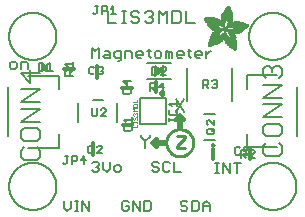
<source format=gbr>
G04 EAGLE Gerber RS-274X export*
G75*
%MOMM*%
%FSLAX34Y34*%
%LPD*%
%INSilkscreen Top*%
%IPPOS*%
%AMOC8*
5,1,8,0,0,1.08239X$1,22.5*%
G01*
%ADD10C,0.152400*%
%ADD11C,0.127000*%
%ADD12C,0.203200*%
%ADD13C,0.177800*%
%ADD14C,0.254000*%
%ADD15C,0.304800*%
%ADD16R,0.127000X0.762000*%
%ADD17R,0.200000X1.000000*%
%ADD18C,0.050800*%
%ADD19R,0.050800X0.006300*%
%ADD20R,0.082600X0.006400*%
%ADD21R,0.120600X0.006300*%
%ADD22R,0.139700X0.006400*%
%ADD23R,0.158800X0.006300*%
%ADD24R,0.177800X0.006400*%
%ADD25R,0.196800X0.006300*%
%ADD26R,0.215900X0.006400*%
%ADD27R,0.228600X0.006300*%
%ADD28R,0.241300X0.006400*%
%ADD29R,0.254000X0.006300*%
%ADD30R,0.266700X0.006400*%
%ADD31R,0.279400X0.006300*%
%ADD32R,0.285700X0.006400*%
%ADD33R,0.298400X0.006300*%
%ADD34R,0.311200X0.006400*%
%ADD35R,0.317500X0.006300*%
%ADD36R,0.330200X0.006400*%
%ADD37R,0.336600X0.006300*%
%ADD38R,0.349200X0.006400*%
%ADD39R,0.361900X0.006300*%
%ADD40R,0.368300X0.006400*%
%ADD41R,0.381000X0.006300*%
%ADD42R,0.387300X0.006400*%
%ADD43R,0.393700X0.006300*%
%ADD44R,0.406400X0.006400*%
%ADD45R,0.412700X0.006300*%
%ADD46R,0.419100X0.006400*%
%ADD47R,0.431800X0.006300*%
%ADD48R,0.438100X0.006400*%
%ADD49R,0.450800X0.006300*%
%ADD50R,0.457200X0.006400*%
%ADD51R,0.463500X0.006300*%
%ADD52R,0.476200X0.006400*%
%ADD53R,0.482600X0.006300*%
%ADD54R,0.488900X0.006400*%
%ADD55R,0.501600X0.006300*%
%ADD56R,0.508000X0.006400*%
%ADD57R,0.514300X0.006300*%
%ADD58R,0.527000X0.006400*%
%ADD59R,0.533400X0.006300*%
%ADD60R,0.546100X0.006400*%
%ADD61R,0.552400X0.006300*%
%ADD62R,0.558800X0.006400*%
%ADD63R,0.571500X0.006300*%
%ADD64R,0.577800X0.006400*%
%ADD65R,0.584200X0.006300*%
%ADD66R,0.596900X0.006400*%
%ADD67R,0.603200X0.006300*%
%ADD68R,0.609600X0.006400*%
%ADD69R,0.622300X0.006300*%
%ADD70R,0.628600X0.006400*%
%ADD71R,0.641300X0.006300*%
%ADD72R,0.647700X0.006400*%
%ADD73R,0.063500X0.006300*%
%ADD74R,0.654000X0.006300*%
%ADD75R,0.101600X0.006400*%
%ADD76R,0.666700X0.006400*%
%ADD77R,0.139700X0.006300*%
%ADD78R,0.673100X0.006300*%
%ADD79R,0.165100X0.006400*%
%ADD80R,0.679400X0.006400*%
%ADD81R,0.196900X0.006300*%
%ADD82R,0.692100X0.006300*%
%ADD83R,0.222200X0.006400*%
%ADD84R,0.698500X0.006400*%
%ADD85R,0.247700X0.006300*%
%ADD86R,0.704800X0.006300*%
%ADD87R,0.279400X0.006400*%
%ADD88R,0.717500X0.006400*%
%ADD89R,0.298500X0.006300*%
%ADD90R,0.723900X0.006300*%
%ADD91R,0.736600X0.006400*%
%ADD92R,0.342900X0.006300*%
%ADD93R,0.742900X0.006300*%
%ADD94R,0.374700X0.006400*%
%ADD95R,0.749300X0.006400*%
%ADD96R,0.762000X0.006300*%
%ADD97R,0.412700X0.006400*%
%ADD98R,0.768300X0.006400*%
%ADD99R,0.438100X0.006300*%
%ADD100R,0.774700X0.006300*%
%ADD101R,0.463600X0.006400*%
%ADD102R,0.787400X0.006400*%
%ADD103R,0.793700X0.006300*%
%ADD104R,0.495300X0.006400*%
%ADD105R,0.800100X0.006400*%
%ADD106R,0.520700X0.006300*%
%ADD107R,0.812800X0.006300*%
%ADD108R,0.533400X0.006400*%
%ADD109R,0.819100X0.006400*%
%ADD110R,0.558800X0.006300*%
%ADD111R,0.825500X0.006300*%
%ADD112R,0.577900X0.006400*%
%ADD113R,0.831800X0.006400*%
%ADD114R,0.596900X0.006300*%
%ADD115R,0.844500X0.006300*%
%ADD116R,0.616000X0.006400*%
%ADD117R,0.850900X0.006400*%
%ADD118R,0.635000X0.006300*%
%ADD119R,0.857200X0.006300*%
%ADD120R,0.654100X0.006400*%
%ADD121R,0.863600X0.006400*%
%ADD122R,0.666700X0.006300*%
%ADD123R,0.869900X0.006300*%
%ADD124R,0.685800X0.006400*%
%ADD125R,0.876300X0.006400*%
%ADD126R,0.882600X0.006300*%
%ADD127R,0.723900X0.006400*%
%ADD128R,0.889000X0.006400*%
%ADD129R,0.895300X0.006300*%
%ADD130R,0.755700X0.006400*%
%ADD131R,0.901700X0.006400*%
%ADD132R,0.908000X0.006300*%
%ADD133R,0.793800X0.006400*%
%ADD134R,0.914400X0.006400*%
%ADD135R,0.806400X0.006300*%
%ADD136R,0.920700X0.006300*%
%ADD137R,0.825500X0.006400*%
%ADD138R,0.927100X0.006400*%
%ADD139R,0.933400X0.006300*%
%ADD140R,0.857300X0.006400*%
%ADD141R,0.939800X0.006400*%
%ADD142R,0.870000X0.006300*%
%ADD143R,0.939800X0.006300*%
%ADD144R,0.946100X0.006400*%
%ADD145R,0.952500X0.006300*%
%ADD146R,0.908000X0.006400*%
%ADD147R,0.958800X0.006400*%
%ADD148R,0.965200X0.006300*%
%ADD149R,0.965200X0.006400*%
%ADD150R,0.971500X0.006300*%
%ADD151R,0.952500X0.006400*%
%ADD152R,0.977900X0.006400*%
%ADD153R,0.958800X0.006300*%
%ADD154R,0.984200X0.006300*%
%ADD155R,0.971500X0.006400*%
%ADD156R,0.984200X0.006400*%
%ADD157R,0.990600X0.006300*%
%ADD158R,0.984300X0.006400*%
%ADD159R,0.996900X0.006400*%
%ADD160R,0.997000X0.006300*%
%ADD161R,0.996900X0.006300*%
%ADD162R,1.003300X0.006400*%
%ADD163R,1.016000X0.006300*%
%ADD164R,1.009600X0.006300*%
%ADD165R,1.016000X0.006400*%
%ADD166R,1.009600X0.006400*%
%ADD167R,1.022300X0.006300*%
%ADD168R,1.028700X0.006400*%
%ADD169R,1.035100X0.006300*%
%ADD170R,1.047800X0.006400*%
%ADD171R,1.054100X0.006300*%
%ADD172R,1.028700X0.006300*%
%ADD173R,1.054100X0.006400*%
%ADD174R,1.035000X0.006400*%
%ADD175R,1.060400X0.006300*%
%ADD176R,1.035000X0.006300*%
%ADD177R,1.060500X0.006400*%
%ADD178R,1.041400X0.006400*%
%ADD179R,1.066800X0.006300*%
%ADD180R,1.041400X0.006300*%
%ADD181R,1.079500X0.006400*%
%ADD182R,1.047700X0.006400*%
%ADD183R,1.085900X0.006300*%
%ADD184R,1.047700X0.006300*%
%ADD185R,1.085800X0.006400*%
%ADD186R,1.092200X0.006300*%
%ADD187R,1.085900X0.006400*%
%ADD188R,1.098600X0.006300*%
%ADD189R,1.098600X0.006400*%
%ADD190R,1.060400X0.006400*%
%ADD191R,1.104900X0.006300*%
%ADD192R,1.104900X0.006400*%
%ADD193R,1.066800X0.006400*%
%ADD194R,1.111200X0.006300*%
%ADD195R,1.117600X0.006400*%
%ADD196R,1.117600X0.006300*%
%ADD197R,1.073100X0.006300*%
%ADD198R,1.073100X0.006400*%
%ADD199R,1.124000X0.006300*%
%ADD200R,1.079500X0.006300*%
%ADD201R,1.123900X0.006400*%
%ADD202R,1.130300X0.006300*%
%ADD203R,1.130300X0.006400*%
%ADD204R,1.136700X0.006400*%
%ADD205R,1.136700X0.006300*%
%ADD206R,1.085800X0.006300*%
%ADD207R,1.136600X0.006400*%
%ADD208R,1.136600X0.006300*%
%ADD209R,1.143000X0.006400*%
%ADD210R,1.143000X0.006300*%
%ADD211R,1.149400X0.006300*%
%ADD212R,1.149300X0.006300*%
%ADD213R,1.149300X0.006400*%
%ADD214R,1.149400X0.006400*%
%ADD215R,1.155700X0.006400*%
%ADD216R,1.155700X0.006300*%
%ADD217R,1.060500X0.006300*%
%ADD218R,2.197100X0.006400*%
%ADD219R,2.197100X0.006300*%
%ADD220R,2.184400X0.006300*%
%ADD221R,2.184400X0.006400*%
%ADD222R,2.171700X0.006400*%
%ADD223R,2.171700X0.006300*%
%ADD224R,1.530300X0.006400*%
%ADD225R,1.505000X0.006300*%
%ADD226R,1.492300X0.006400*%
%ADD227R,1.485900X0.006300*%
%ADD228R,0.565200X0.006300*%
%ADD229R,1.473200X0.006400*%
%ADD230R,0.565200X0.006400*%
%ADD231R,1.460500X0.006300*%
%ADD232R,1.454100X0.006400*%
%ADD233R,0.552400X0.006400*%
%ADD234R,1.441500X0.006300*%
%ADD235R,0.546100X0.006300*%
%ADD236R,1.435100X0.006400*%
%ADD237R,0.539800X0.006400*%
%ADD238R,1.428800X0.006300*%
%ADD239R,1.422400X0.006400*%
%ADD240R,1.409700X0.006300*%
%ADD241R,0.527100X0.006300*%
%ADD242R,1.403300X0.006400*%
%ADD243R,0.527100X0.006400*%
%ADD244R,1.390700X0.006300*%
%ADD245R,1.384300X0.006400*%
%ADD246R,0.520700X0.006400*%
%ADD247R,1.384300X0.006300*%
%ADD248R,0.514400X0.006300*%
%ADD249R,1.371600X0.006400*%
%ADD250R,1.365200X0.006300*%
%ADD251R,0.508000X0.006300*%
%ADD252R,1.352600X0.006400*%
%ADD253R,0.501700X0.006400*%
%ADD254R,0.711200X0.006300*%
%ADD255R,0.603300X0.006300*%
%ADD256R,0.501700X0.006300*%
%ADD257R,0.692100X0.006400*%
%ADD258R,0.571500X0.006400*%
%ADD259R,0.679400X0.006300*%
%ADD260R,0.495300X0.006300*%
%ADD261R,0.673100X0.006400*%
%ADD262R,0.666800X0.006300*%
%ADD263R,0.488900X0.006300*%
%ADD264R,0.660400X0.006400*%
%ADD265R,0.482600X0.006400*%
%ADD266R,0.476200X0.006300*%
%ADD267R,0.654000X0.006400*%
%ADD268R,0.469900X0.006400*%
%ADD269R,0.476300X0.006400*%
%ADD270R,0.647700X0.006300*%
%ADD271R,0.457200X0.006300*%
%ADD272R,0.469900X0.006300*%
%ADD273R,0.641300X0.006400*%
%ADD274R,0.444500X0.006400*%
%ADD275R,0.463600X0.006300*%
%ADD276R,0.635000X0.006400*%
%ADD277R,0.463500X0.006400*%
%ADD278R,0.393700X0.006400*%
%ADD279R,0.450800X0.006400*%
%ADD280R,0.628600X0.006300*%
%ADD281R,0.387400X0.006300*%
%ADD282R,0.450900X0.006300*%
%ADD283R,0.628700X0.006400*%
%ADD284R,0.374600X0.006400*%
%ADD285R,0.368300X0.006300*%
%ADD286R,0.438200X0.006300*%
%ADD287R,0.622300X0.006400*%
%ADD288R,0.355600X0.006400*%
%ADD289R,0.431800X0.006400*%
%ADD290R,0.349300X0.006300*%
%ADD291R,0.425400X0.006300*%
%ADD292R,0.615900X0.006300*%
%ADD293R,0.330200X0.006300*%
%ADD294R,0.419100X0.006300*%
%ADD295R,0.616000X0.006300*%
%ADD296R,0.311200X0.006300*%
%ADD297R,0.406400X0.006300*%
%ADD298R,0.615900X0.006400*%
%ADD299R,0.304800X0.006400*%
%ADD300R,0.158800X0.006400*%
%ADD301R,0.609600X0.006300*%
%ADD302R,0.292100X0.006300*%
%ADD303R,0.235000X0.006300*%
%ADD304R,0.387400X0.006400*%
%ADD305R,0.292100X0.006400*%
%ADD306R,0.336500X0.006300*%
%ADD307R,0.260400X0.006300*%
%ADD308R,0.603300X0.006400*%
%ADD309R,0.260400X0.006400*%
%ADD310R,0.362000X0.006400*%
%ADD311R,0.450900X0.006400*%
%ADD312R,0.355600X0.006300*%
%ADD313R,0.342900X0.006400*%
%ADD314R,0.514300X0.006400*%
%ADD315R,0.234900X0.006300*%
%ADD316R,0.539700X0.006300*%
%ADD317R,0.603200X0.006400*%
%ADD318R,0.234900X0.006400*%
%ADD319R,0.920700X0.006400*%
%ADD320R,0.958900X0.006400*%
%ADD321R,0.215900X0.006300*%
%ADD322R,0.209600X0.006400*%
%ADD323R,0.203200X0.006300*%
%ADD324R,1.003300X0.006300*%
%ADD325R,0.203200X0.006400*%
%ADD326R,0.196900X0.006400*%
%ADD327R,0.190500X0.006300*%
%ADD328R,0.190500X0.006400*%
%ADD329R,0.184200X0.006300*%
%ADD330R,0.590500X0.006400*%
%ADD331R,0.184200X0.006400*%
%ADD332R,0.590500X0.006300*%
%ADD333R,0.177800X0.006300*%
%ADD334R,0.584200X0.006400*%
%ADD335R,1.168400X0.006400*%
%ADD336R,0.171500X0.006300*%
%ADD337R,1.187500X0.006300*%
%ADD338R,1.200100X0.006400*%
%ADD339R,0.577800X0.006300*%
%ADD340R,1.212900X0.006300*%
%ADD341R,1.231900X0.006400*%
%ADD342R,1.250900X0.006300*%
%ADD343R,0.565100X0.006400*%
%ADD344R,0.184100X0.006400*%
%ADD345R,1.263700X0.006400*%
%ADD346R,0.565100X0.006300*%
%ADD347R,1.289100X0.006300*%
%ADD348R,1.314400X0.006400*%
%ADD349R,0.552500X0.006300*%
%ADD350R,1.568500X0.006300*%
%ADD351R,0.552500X0.006400*%
%ADD352R,1.581200X0.006400*%
%ADD353R,1.593800X0.006300*%
%ADD354R,1.606500X0.006400*%
%ADD355R,1.619300X0.006300*%
%ADD356R,0.514400X0.006400*%
%ADD357R,1.638300X0.006400*%
%ADD358R,1.657300X0.006300*%
%ADD359R,2.209800X0.006400*%
%ADD360R,2.425700X0.006300*%
%ADD361R,2.470100X0.006400*%
%ADD362R,2.501900X0.006300*%
%ADD363R,2.533700X0.006400*%
%ADD364R,2.559000X0.006300*%
%ADD365R,2.584500X0.006400*%
%ADD366R,2.609900X0.006300*%
%ADD367R,2.628900X0.006400*%
%ADD368R,2.660600X0.006300*%
%ADD369R,2.673400X0.006400*%
%ADD370R,1.422400X0.006300*%
%ADD371R,1.200200X0.006300*%
%ADD372R,1.365300X0.006300*%
%ADD373R,1.365300X0.006400*%
%ADD374R,1.352500X0.006300*%
%ADD375R,1.098500X0.006300*%
%ADD376R,1.358900X0.006400*%
%ADD377R,1.352600X0.006300*%
%ADD378R,1.358900X0.006300*%
%ADD379R,1.371600X0.006300*%
%ADD380R,1.377900X0.006400*%
%ADD381R,1.397000X0.006400*%
%ADD382R,1.403300X0.006300*%
%ADD383R,0.914400X0.006300*%
%ADD384R,0.876300X0.006300*%
%ADD385R,0.374600X0.006300*%
%ADD386R,1.073200X0.006400*%
%ADD387R,0.374700X0.006300*%
%ADD388R,0.844600X0.006400*%
%ADD389R,0.844600X0.006300*%
%ADD390R,0.831900X0.006400*%
%ADD391R,1.092200X0.006400*%
%ADD392R,0.400000X0.006300*%
%ADD393R,0.819200X0.006400*%
%ADD394R,1.111300X0.006400*%
%ADD395R,0.812800X0.006400*%
%ADD396R,0.800100X0.006300*%
%ADD397R,0.476300X0.006300*%
%ADD398R,1.181100X0.006300*%
%ADD399R,0.501600X0.006400*%
%ADD400R,1.193800X0.006400*%
%ADD401R,0.781000X0.006400*%
%ADD402R,1.238200X0.006400*%
%ADD403R,0.781100X0.006300*%
%ADD404R,1.257300X0.006300*%
%ADD405R,1.295400X0.006400*%
%ADD406R,1.333500X0.006300*%
%ADD407R,0.774700X0.006400*%
%ADD408R,1.866900X0.006400*%
%ADD409R,0.209600X0.006300*%
%ADD410R,1.866900X0.006300*%
%ADD411R,0.768400X0.006400*%
%ADD412R,0.209500X0.006400*%
%ADD413R,1.860600X0.006400*%
%ADD414R,0.762000X0.006400*%
%ADD415R,0.768400X0.006300*%
%ADD416R,1.860600X0.006300*%
%ADD417R,1.860500X0.006400*%
%ADD418R,0.222300X0.006300*%
%ADD419R,1.854200X0.006300*%
%ADD420R,0.235000X0.006400*%
%ADD421R,1.854200X0.006400*%
%ADD422R,0.768300X0.006300*%
%ADD423R,0.260300X0.006400*%
%ADD424R,1.847800X0.006400*%
%ADD425R,0.266700X0.006300*%
%ADD426R,1.847800X0.006300*%
%ADD427R,0.273100X0.006400*%
%ADD428R,1.841500X0.006400*%
%ADD429R,0.285800X0.006300*%
%ADD430R,1.841500X0.006300*%
%ADD431R,0.298500X0.006400*%
%ADD432R,1.835100X0.006400*%
%ADD433R,0.781000X0.006300*%
%ADD434R,0.304800X0.006300*%
%ADD435R,1.835100X0.006300*%
%ADD436R,0.317500X0.006400*%
%ADD437R,1.828800X0.006400*%
%ADD438R,0.787400X0.006300*%
%ADD439R,0.323800X0.006300*%
%ADD440R,1.828800X0.006300*%
%ADD441R,0.793700X0.006400*%
%ADD442R,1.822400X0.006400*%
%ADD443R,0.806500X0.006300*%
%ADD444R,1.822400X0.006300*%
%ADD445R,1.816100X0.006400*%
%ADD446R,0.819100X0.006300*%
%ADD447R,0.387300X0.006300*%
%ADD448R,1.816100X0.006300*%
%ADD449R,1.809800X0.006400*%
%ADD450R,1.803400X0.006300*%
%ADD451R,1.797000X0.006400*%
%ADD452R,0.901700X0.006300*%
%ADD453R,1.797000X0.006300*%
%ADD454R,1.441400X0.006400*%
%ADD455R,1.790700X0.006400*%
%ADD456R,1.447800X0.006300*%
%ADD457R,1.784300X0.006300*%
%ADD458R,1.447800X0.006400*%
%ADD459R,1.784300X0.006400*%
%ADD460R,1.454100X0.006300*%
%ADD461R,1.771700X0.006300*%
%ADD462R,1.460500X0.006400*%
%ADD463R,1.759000X0.006400*%
%ADD464R,1.466800X0.006300*%
%ADD465R,1.752600X0.006300*%
%ADD466R,1.466800X0.006400*%
%ADD467R,1.739900X0.006400*%
%ADD468R,1.473200X0.006300*%
%ADD469R,1.727200X0.006300*%
%ADD470R,1.479500X0.006400*%
%ADD471R,1.714500X0.006400*%
%ADD472R,1.695400X0.006300*%
%ADD473R,1.485900X0.006400*%
%ADD474R,1.682700X0.006400*%
%ADD475R,1.492200X0.006300*%
%ADD476R,1.663700X0.006300*%
%ADD477R,1.498600X0.006400*%
%ADD478R,1.644600X0.006400*%
%ADD479R,1.498600X0.006300*%
%ADD480R,1.619200X0.006300*%
%ADD481R,1.511300X0.006400*%
%ADD482R,1.600200X0.006400*%
%ADD483R,1.517700X0.006300*%
%ADD484R,1.574800X0.006300*%
%ADD485R,1.524000X0.006400*%
%ADD486R,1.555800X0.006400*%
%ADD487R,1.524000X0.006300*%
%ADD488R,1.536700X0.006300*%
%ADD489R,1.530400X0.006400*%
%ADD490R,1.517700X0.006400*%
%ADD491R,1.492300X0.006300*%
%ADD492R,1.549400X0.006400*%
%ADD493R,1.479600X0.006400*%
%ADD494R,1.549400X0.006300*%
%ADD495R,1.555700X0.006400*%
%ADD496R,1.562100X0.006300*%
%ADD497R,0.323900X0.006300*%
%ADD498R,1.568400X0.006400*%
%ADD499R,0.336600X0.006400*%
%ADD500R,1.587500X0.006300*%
%ADD501R,0.971600X0.006300*%
%ADD502R,0.349300X0.006400*%
%ADD503R,1.600200X0.006300*%
%ADD504R,0.920800X0.006300*%
%ADD505R,0.882700X0.006400*%
%ADD506R,1.612900X0.006300*%
%ADD507R,0.362000X0.006300*%
%ADD508R,1.625600X0.006400*%
%ADD509R,1.625600X0.006300*%
%ADD510R,1.644600X0.006300*%
%ADD511R,0.736600X0.006300*%
%ADD512R,0.717600X0.006400*%
%ADD513R,1.657400X0.006300*%
%ADD514R,0.679500X0.006300*%
%ADD515R,1.663700X0.006400*%
%ADD516R,0.400000X0.006400*%
%ADD517R,1.676400X0.006300*%
%ADD518R,1.676400X0.006400*%
%ADD519R,0.425500X0.006400*%
%ADD520R,1.352500X0.006400*%
%ADD521R,0.444500X0.006300*%
%ADD522R,0.361900X0.006400*%
%ADD523R,0.088900X0.006300*%
%ADD524R,1.009700X0.006300*%
%ADD525R,1.009700X0.006400*%
%ADD526R,1.022300X0.006400*%
%ADD527R,1.346200X0.006400*%
%ADD528R,1.346200X0.006300*%
%ADD529R,1.339900X0.006400*%
%ADD530R,1.035100X0.006400*%
%ADD531R,1.339800X0.006300*%
%ADD532R,1.333500X0.006400*%
%ADD533R,1.327200X0.006400*%
%ADD534R,1.320800X0.006300*%
%ADD535R,1.314500X0.006400*%
%ADD536R,1.314400X0.006300*%
%ADD537R,1.301700X0.006400*%
%ADD538R,1.295400X0.006300*%
%ADD539R,1.289000X0.006400*%
%ADD540R,1.276300X0.006300*%
%ADD541R,1.251000X0.006300*%
%ADD542R,1.244600X0.006400*%
%ADD543R,1.231900X0.006300*%
%ADD544R,1.212800X0.006400*%
%ADD545R,1.200100X0.006300*%
%ADD546R,1.187400X0.006400*%
%ADD547R,1.168400X0.006300*%
%ADD548R,1.047800X0.006300*%
%ADD549R,0.977900X0.006300*%
%ADD550R,0.946200X0.006400*%
%ADD551R,0.933400X0.006400*%
%ADD552R,0.895300X0.006400*%
%ADD553R,0.882700X0.006300*%
%ADD554R,0.863600X0.006300*%
%ADD555R,0.857200X0.006400*%
%ADD556R,0.850900X0.006300*%
%ADD557R,0.838200X0.006300*%
%ADD558R,0.806500X0.006400*%
%ADD559R,0.717600X0.006300*%
%ADD560R,0.711200X0.006400*%
%ADD561R,0.641400X0.006400*%
%ADD562R,0.641400X0.006300*%
%ADD563R,0.628700X0.006300*%
%ADD564R,0.590600X0.006300*%
%ADD565R,0.539700X0.006400*%
%ADD566R,0.285700X0.006300*%
%ADD567R,0.222200X0.006300*%
%ADD568R,0.171400X0.006300*%
%ADD569R,0.152400X0.006400*%
%ADD570R,0.133400X0.006300*%

G36*
X130829Y57120D02*
X130829Y57120D01*
X130940Y57118D01*
X130988Y57130D01*
X131037Y57133D01*
X131141Y57167D01*
X131249Y57193D01*
X131293Y57216D01*
X131339Y57231D01*
X131432Y57290D01*
X131530Y57342D01*
X131566Y57375D01*
X131608Y57401D01*
X131684Y57482D01*
X131765Y57556D01*
X131792Y57597D01*
X131826Y57633D01*
X131879Y57729D01*
X131940Y57821D01*
X131956Y57868D01*
X131980Y57911D01*
X132007Y58018D01*
X132043Y58122D01*
X132047Y58171D01*
X132059Y58219D01*
X132069Y58380D01*
X132069Y59651D01*
X137150Y59651D01*
X137268Y59666D01*
X137387Y59673D01*
X137425Y59686D01*
X137466Y59691D01*
X137576Y59734D01*
X137689Y59771D01*
X137724Y59793D01*
X137761Y59808D01*
X137857Y59878D01*
X137958Y59941D01*
X137986Y59971D01*
X138019Y59994D01*
X138095Y60086D01*
X138176Y60173D01*
X138196Y60208D01*
X138221Y60239D01*
X138272Y60347D01*
X138330Y60451D01*
X138340Y60491D01*
X138357Y60527D01*
X138379Y60644D01*
X138409Y60759D01*
X138413Y60820D01*
X138417Y60840D01*
X138415Y60860D01*
X138419Y60920D01*
X138419Y63460D01*
X138404Y63578D01*
X138397Y63697D01*
X138384Y63735D01*
X138379Y63776D01*
X138336Y63886D01*
X138299Y63999D01*
X138277Y64034D01*
X138262Y64071D01*
X138193Y64167D01*
X138129Y64268D01*
X138099Y64296D01*
X138076Y64329D01*
X137984Y64405D01*
X137897Y64486D01*
X137862Y64506D01*
X137831Y64531D01*
X137723Y64582D01*
X137619Y64640D01*
X137579Y64650D01*
X137543Y64667D01*
X137426Y64689D01*
X137311Y64719D01*
X137251Y64723D01*
X137231Y64727D01*
X137210Y64725D01*
X137150Y64729D01*
X132069Y64729D01*
X132069Y66000D01*
X132063Y66049D01*
X132065Y66098D01*
X132051Y66169D01*
X132047Y66232D01*
X132035Y66268D01*
X132029Y66316D01*
X132011Y66361D01*
X132001Y66410D01*
X131966Y66482D01*
X131949Y66535D01*
X131932Y66562D01*
X131912Y66611D01*
X131883Y66651D01*
X131862Y66696D01*
X131805Y66762D01*
X131779Y66804D01*
X131760Y66822D01*
X131726Y66869D01*
X131687Y66900D01*
X131655Y66938D01*
X131579Y66991D01*
X131547Y67022D01*
X131528Y67032D01*
X131481Y67071D01*
X131436Y67092D01*
X131395Y67121D01*
X131304Y67156D01*
X131269Y67175D01*
X131251Y67180D01*
X131193Y67207D01*
X131144Y67216D01*
X131098Y67234D01*
X130998Y67245D01*
X130961Y67255D01*
X130936Y67256D01*
X130881Y67267D01*
X130831Y67264D01*
X130782Y67269D01*
X130673Y67254D01*
X130563Y67247D01*
X130516Y67232D01*
X130467Y67225D01*
X130365Y67183D01*
X130261Y67149D01*
X130219Y67122D01*
X130199Y67114D01*
X130183Y67108D01*
X130182Y67107D01*
X130173Y67104D01*
X130038Y67015D01*
X124958Y63205D01*
X124890Y63139D01*
X124854Y63113D01*
X124826Y63079D01*
X124755Y63014D01*
X124744Y62998D01*
X124730Y62984D01*
X124679Y62902D01*
X124652Y62868D01*
X124633Y62829D01*
X124580Y62749D01*
X124574Y62730D01*
X124564Y62713D01*
X124535Y62621D01*
X124516Y62581D01*
X124508Y62537D01*
X124477Y62448D01*
X124476Y62428D01*
X124470Y62409D01*
X124465Y62315D01*
X124456Y62268D01*
X124459Y62221D01*
X124452Y62131D01*
X124456Y62111D01*
X124455Y62092D01*
X124473Y62003D01*
X124476Y61951D01*
X124492Y61902D01*
X124507Y61817D01*
X124515Y61799D01*
X124519Y61780D01*
X124556Y61703D01*
X124574Y61648D01*
X124605Y61600D01*
X124637Y61528D01*
X124650Y61512D01*
X124658Y61494D01*
X124710Y61434D01*
X124744Y61380D01*
X124790Y61336D01*
X124836Y61279D01*
X124857Y61261D01*
X124865Y61252D01*
X124881Y61241D01*
X124958Y61175D01*
X130038Y57365D01*
X130081Y57340D01*
X130119Y57309D01*
X130219Y57262D01*
X130315Y57207D01*
X130363Y57194D01*
X130407Y57173D01*
X130515Y57152D01*
X130622Y57123D01*
X130671Y57123D01*
X130720Y57113D01*
X130829Y57120D01*
G37*
G36*
X151258Y73716D02*
X151258Y73716D01*
X151377Y73723D01*
X151415Y73736D01*
X151456Y73741D01*
X151566Y73784D01*
X151679Y73821D01*
X151714Y73843D01*
X151751Y73858D01*
X151847Y73928D01*
X151948Y73991D01*
X151976Y74021D01*
X152009Y74044D01*
X152085Y74136D01*
X152166Y74223D01*
X152186Y74258D01*
X152211Y74289D01*
X152262Y74397D01*
X152320Y74501D01*
X152330Y74541D01*
X152347Y74577D01*
X152369Y74694D01*
X152399Y74809D01*
X152403Y74870D01*
X152407Y74890D01*
X152405Y74910D01*
X152409Y74970D01*
X152409Y80051D01*
X153680Y80051D01*
X153729Y80057D01*
X153778Y80055D01*
X153886Y80077D01*
X153996Y80091D01*
X154041Y80109D01*
X154090Y80119D01*
X154189Y80167D01*
X154291Y80208D01*
X154331Y80237D01*
X154376Y80258D01*
X154459Y80330D01*
X154549Y80394D01*
X154580Y80433D01*
X154618Y80465D01*
X154681Y80555D01*
X154751Y80639D01*
X154772Y80684D01*
X154801Y80725D01*
X154840Y80828D01*
X154887Y80927D01*
X154896Y80976D01*
X154914Y81022D01*
X154926Y81132D01*
X154947Y81240D01*
X154944Y81289D01*
X154949Y81338D01*
X154934Y81447D01*
X154927Y81557D01*
X154912Y81604D01*
X154905Y81653D01*
X154863Y81755D01*
X154829Y81859D01*
X154802Y81901D01*
X154784Y81947D01*
X154695Y82082D01*
X150885Y87162D01*
X150867Y87181D01*
X150854Y87201D01*
X150781Y87270D01*
X150694Y87365D01*
X150678Y87376D01*
X150664Y87390D01*
X150633Y87409D01*
X150622Y87419D01*
X150567Y87450D01*
X150545Y87463D01*
X150429Y87540D01*
X150410Y87546D01*
X150393Y87556D01*
X150348Y87570D01*
X150344Y87573D01*
X150321Y87579D01*
X150260Y87598D01*
X150128Y87643D01*
X150108Y87644D01*
X150089Y87650D01*
X150007Y87654D01*
X149893Y87661D01*
X149811Y87668D01*
X149791Y87665D01*
X149772Y87665D01*
X149635Y87637D01*
X149555Y87623D01*
X149549Y87623D01*
X149548Y87622D01*
X149497Y87613D01*
X149479Y87605D01*
X149460Y87601D01*
X149335Y87540D01*
X149293Y87521D01*
X149254Y87506D01*
X149246Y87500D01*
X149208Y87483D01*
X149192Y87470D01*
X149174Y87462D01*
X149068Y87371D01*
X149065Y87368D01*
X148996Y87319D01*
X148984Y87304D01*
X148959Y87284D01*
X148941Y87263D01*
X148932Y87255D01*
X148921Y87239D01*
X148855Y87162D01*
X145045Y82082D01*
X145020Y82039D01*
X144989Y82001D01*
X144942Y81901D01*
X144887Y81805D01*
X144874Y81757D01*
X144853Y81713D01*
X144832Y81605D01*
X144803Y81498D01*
X144803Y81449D01*
X144793Y81401D01*
X144800Y81291D01*
X144798Y81180D01*
X144810Y81132D01*
X144813Y81083D01*
X144847Y80979D01*
X144873Y80871D01*
X144896Y80827D01*
X144911Y80781D01*
X144970Y80688D01*
X145022Y80590D01*
X145055Y80554D01*
X145081Y80512D01*
X145162Y80436D01*
X145236Y80355D01*
X145277Y80328D01*
X145313Y80294D01*
X145409Y80241D01*
X145501Y80180D01*
X145548Y80164D01*
X145591Y80140D01*
X145698Y80113D01*
X145802Y80077D01*
X145851Y80073D01*
X145899Y80061D01*
X146060Y80051D01*
X147331Y80051D01*
X147331Y74970D01*
X147346Y74852D01*
X147353Y74733D01*
X147366Y74695D01*
X147371Y74654D01*
X147414Y74544D01*
X147451Y74431D01*
X147473Y74396D01*
X147488Y74359D01*
X147558Y74263D01*
X147621Y74162D01*
X147651Y74134D01*
X147674Y74101D01*
X147766Y74026D01*
X147853Y73944D01*
X147888Y73924D01*
X147919Y73899D01*
X148027Y73848D01*
X148131Y73790D01*
X148171Y73780D01*
X148207Y73763D01*
X148324Y73741D01*
X148439Y73711D01*
X148500Y73707D01*
X148520Y73703D01*
X148540Y73705D01*
X148600Y73701D01*
X151140Y73701D01*
X151258Y73716D01*
G37*
G36*
X130125Y120183D02*
X130125Y120183D01*
X130196Y120181D01*
X130266Y120200D01*
X130337Y120208D01*
X130392Y120233D01*
X130471Y120253D01*
X130574Y120314D01*
X130643Y120345D01*
X133643Y122345D01*
X133730Y122422D01*
X133820Y122495D01*
X133835Y122517D01*
X133855Y122535D01*
X133917Y122632D01*
X133984Y122727D01*
X133992Y122753D01*
X134007Y122775D01*
X134039Y122886D01*
X134077Y122996D01*
X134078Y123023D01*
X134085Y123048D01*
X134085Y123164D01*
X134091Y123280D01*
X134085Y123306D01*
X134085Y123333D01*
X134053Y123444D01*
X134027Y123557D01*
X134014Y123580D01*
X134006Y123606D01*
X133944Y123704D01*
X133888Y123805D01*
X133870Y123821D01*
X133855Y123846D01*
X133647Y124031D01*
X133643Y124035D01*
X130643Y126035D01*
X130579Y126066D01*
X130519Y126106D01*
X130451Y126127D01*
X130387Y126158D01*
X130316Y126170D01*
X130248Y126191D01*
X130177Y126193D01*
X130107Y126205D01*
X130035Y126197D01*
X129964Y126199D01*
X129895Y126181D01*
X129824Y126172D01*
X129758Y126145D01*
X129689Y126127D01*
X129628Y126090D01*
X129562Y126063D01*
X129506Y126018D01*
X129444Y125982D01*
X129395Y125930D01*
X129340Y125885D01*
X129299Y125827D01*
X129250Y125774D01*
X129217Y125711D01*
X129176Y125653D01*
X129153Y125585D01*
X129120Y125521D01*
X129110Y125462D01*
X129083Y125384D01*
X129077Y125265D01*
X129065Y125190D01*
X129065Y121190D01*
X129075Y121119D01*
X129075Y121047D01*
X129095Y120979D01*
X129105Y120909D01*
X129134Y120843D01*
X129154Y120774D01*
X129192Y120714D01*
X129221Y120649D01*
X129267Y120594D01*
X129305Y120534D01*
X129359Y120486D01*
X129405Y120432D01*
X129464Y120392D01*
X129518Y120345D01*
X129582Y120314D01*
X129641Y120275D01*
X129710Y120253D01*
X129774Y120222D01*
X129844Y120210D01*
X129912Y120189D01*
X129984Y120187D01*
X130055Y120175D01*
X130125Y120183D01*
G37*
G36*
X37348Y122433D02*
X37348Y122433D01*
X37377Y122430D01*
X37469Y122450D01*
X37562Y122463D01*
X37589Y122476D01*
X37618Y122482D01*
X37698Y122530D01*
X37782Y122572D01*
X37803Y122593D01*
X37829Y122608D01*
X37890Y122680D01*
X37956Y122746D01*
X37969Y122772D01*
X37989Y122795D01*
X38024Y122882D01*
X38066Y122966D01*
X38070Y122996D01*
X38081Y123023D01*
X38099Y123190D01*
X38099Y128270D01*
X38094Y128299D01*
X38097Y128329D01*
X38075Y128420D01*
X38060Y128513D01*
X38046Y128539D01*
X38039Y128568D01*
X37988Y128647D01*
X37944Y128730D01*
X37923Y128751D01*
X37907Y128776D01*
X37834Y128835D01*
X37766Y128900D01*
X37739Y128912D01*
X37716Y128931D01*
X37628Y128964D01*
X37543Y129003D01*
X37513Y129006D01*
X37486Y129017D01*
X37392Y129020D01*
X37299Y129030D01*
X37269Y129024D01*
X37240Y129025D01*
X37150Y128998D01*
X37058Y128978D01*
X37033Y128963D01*
X37004Y128954D01*
X36862Y128864D01*
X33687Y126324D01*
X33618Y126247D01*
X33545Y126174D01*
X33536Y126157D01*
X33523Y126142D01*
X33481Y126046D01*
X33435Y125954D01*
X33433Y125934D01*
X33425Y125916D01*
X33416Y125813D01*
X33402Y125710D01*
X33406Y125691D01*
X33404Y125671D01*
X33429Y125570D01*
X33448Y125468D01*
X33458Y125451D01*
X33462Y125432D01*
X33518Y125345D01*
X33569Y125254D01*
X33586Y125237D01*
X33594Y125224D01*
X33619Y125204D01*
X33687Y125136D01*
X36862Y122596D01*
X36888Y122581D01*
X36910Y122561D01*
X36995Y122521D01*
X37077Y122475D01*
X37106Y122469D01*
X37133Y122457D01*
X37226Y122447D01*
X37318Y122429D01*
X37348Y122433D01*
G37*
D10*
X51788Y13215D02*
X51788Y7453D01*
X54670Y4572D01*
X57551Y7453D01*
X57551Y13215D01*
X61144Y4572D02*
X64025Y4572D01*
X62584Y4572D02*
X62584Y13215D01*
X61144Y13215D02*
X64025Y13215D01*
X67380Y13215D02*
X67380Y4572D01*
X73143Y4572D02*
X67380Y13215D01*
X73143Y13215D02*
X73143Y4572D01*
X75629Y44795D02*
X77070Y46235D01*
X79951Y46235D01*
X81391Y44795D01*
X81391Y43354D01*
X79951Y41914D01*
X78510Y41914D01*
X79951Y41914D02*
X81391Y40473D01*
X81391Y39033D01*
X79951Y37592D01*
X77070Y37592D01*
X75629Y39033D01*
X84984Y40473D02*
X84984Y46235D01*
X84984Y40473D02*
X87866Y37592D01*
X90747Y40473D01*
X90747Y46235D01*
X95780Y37592D02*
X98661Y37592D01*
X100102Y39033D01*
X100102Y41914D01*
X98661Y43354D01*
X95780Y43354D01*
X94340Y41914D01*
X94340Y39033D01*
X95780Y37592D01*
X105351Y13215D02*
X106791Y11775D01*
X105351Y13215D02*
X102470Y13215D01*
X101029Y11775D01*
X101029Y6013D01*
X102470Y4572D01*
X105351Y4572D01*
X106791Y6013D01*
X106791Y8894D01*
X103910Y8894D01*
X110384Y13215D02*
X110384Y4572D01*
X116147Y4572D02*
X110384Y13215D01*
X116147Y13215D02*
X116147Y4572D01*
X119740Y4572D02*
X119740Y13215D01*
X119740Y4572D02*
X124061Y4572D01*
X125502Y6013D01*
X125502Y11775D01*
X124061Y13215D01*
X119740Y13215D01*
X132191Y44795D02*
X130751Y46235D01*
X127870Y46235D01*
X126429Y44795D01*
X126429Y43354D01*
X127870Y41914D01*
X130751Y41914D01*
X132191Y40473D01*
X132191Y39033D01*
X130751Y37592D01*
X127870Y37592D01*
X126429Y39033D01*
X140106Y46235D02*
X141547Y44795D01*
X140106Y46235D02*
X137225Y46235D01*
X135784Y44795D01*
X135784Y39033D01*
X137225Y37592D01*
X140106Y37592D01*
X141547Y39033D01*
X145140Y37592D02*
X145140Y46235D01*
X145140Y37592D02*
X150902Y37592D01*
X180058Y36322D02*
X182940Y36322D01*
X181499Y36322D02*
X181499Y44965D01*
X180058Y44965D02*
X182940Y44965D01*
X186295Y44965D02*
X186295Y36322D01*
X192057Y36322D02*
X186295Y44965D01*
X192057Y44965D02*
X192057Y36322D01*
X198532Y36322D02*
X198532Y44965D01*
X201413Y44965D02*
X195650Y44965D01*
X156321Y11775D02*
X154881Y13215D01*
X152000Y13215D01*
X150559Y11775D01*
X150559Y10334D01*
X152000Y8894D01*
X154881Y8894D01*
X156321Y7453D01*
X156321Y6013D01*
X154881Y4572D01*
X152000Y4572D01*
X150559Y6013D01*
X159914Y4572D02*
X159914Y13215D01*
X159914Y4572D02*
X164236Y4572D01*
X165677Y6013D01*
X165677Y11775D01*
X164236Y13215D01*
X159914Y13215D01*
X169270Y10334D02*
X169270Y4572D01*
X169270Y10334D02*
X172151Y13215D01*
X175032Y10334D01*
X175032Y4572D01*
X175032Y8894D02*
X169270Y8894D01*
X75529Y134112D02*
X75529Y142755D01*
X78410Y139874D01*
X81291Y142755D01*
X81291Y134112D01*
X86325Y139874D02*
X89206Y139874D01*
X90646Y138434D01*
X90646Y134112D01*
X86325Y134112D01*
X84884Y135553D01*
X86325Y136993D01*
X90646Y136993D01*
X97120Y131231D02*
X98561Y131231D01*
X100001Y132671D01*
X100001Y139874D01*
X95680Y139874D01*
X94239Y138434D01*
X94239Y135553D01*
X95680Y134112D01*
X100001Y134112D01*
X103594Y134112D02*
X103594Y139874D01*
X107916Y139874D01*
X109357Y138434D01*
X109357Y134112D01*
X114390Y134112D02*
X117271Y134112D01*
X114390Y134112D02*
X112950Y135553D01*
X112950Y138434D01*
X114390Y139874D01*
X117271Y139874D01*
X118712Y138434D01*
X118712Y136993D01*
X112950Y136993D01*
X123745Y135553D02*
X123745Y141315D01*
X123745Y135553D02*
X125186Y134112D01*
X125186Y139874D02*
X122305Y139874D01*
X129982Y134112D02*
X132863Y134112D01*
X134304Y135553D01*
X134304Y138434D01*
X132863Y139874D01*
X129982Y139874D01*
X128542Y138434D01*
X128542Y135553D01*
X129982Y134112D01*
X137897Y134112D02*
X137897Y139874D01*
X139337Y139874D01*
X140778Y138434D01*
X140778Y134112D01*
X140778Y138434D02*
X142218Y139874D01*
X143659Y138434D01*
X143659Y134112D01*
X148693Y134112D02*
X151574Y134112D01*
X148693Y134112D02*
X147252Y135553D01*
X147252Y138434D01*
X148693Y139874D01*
X151574Y139874D01*
X153014Y138434D01*
X153014Y136993D01*
X147252Y136993D01*
X158048Y135553D02*
X158048Y141315D01*
X158048Y135553D02*
X159488Y134112D01*
X159488Y139874D02*
X156607Y139874D01*
X164284Y134112D02*
X167166Y134112D01*
X164284Y134112D02*
X162844Y135553D01*
X162844Y138434D01*
X164284Y139874D01*
X167166Y139874D01*
X168606Y138434D01*
X168606Y136993D01*
X162844Y136993D01*
X172199Y134112D02*
X172199Y139874D01*
X172199Y136993D02*
X175080Y139874D01*
X176521Y139874D01*
D11*
X10164Y125095D02*
X7198Y125095D01*
X10164Y125095D02*
X11647Y126578D01*
X11647Y129544D01*
X10164Y131027D01*
X7198Y131027D01*
X5715Y129544D01*
X5715Y126578D01*
X7198Y125095D01*
X15070Y125095D02*
X15070Y131027D01*
X19519Y131027D01*
X21002Y129544D01*
X21002Y125095D01*
D12*
X89036Y163576D02*
X89036Y174253D01*
X89036Y163576D02*
X96154Y163576D01*
X100730Y163576D02*
X104289Y163576D01*
X102510Y163576D02*
X102510Y174253D01*
X104289Y174253D02*
X100730Y174253D01*
X113865Y174253D02*
X115644Y172474D01*
X113865Y174253D02*
X110305Y174253D01*
X108526Y172474D01*
X108526Y170694D01*
X110305Y168915D01*
X113865Y168915D01*
X115644Y167135D01*
X115644Y165356D01*
X113865Y163576D01*
X110305Y163576D01*
X108526Y165356D01*
X120220Y172474D02*
X121999Y174253D01*
X125559Y174253D01*
X127338Y172474D01*
X127338Y170694D01*
X125559Y168915D01*
X123779Y168915D01*
X125559Y168915D02*
X127338Y167135D01*
X127338Y165356D01*
X125559Y163576D01*
X121999Y163576D01*
X120220Y165356D01*
X131914Y163576D02*
X131914Y174253D01*
X135473Y170694D01*
X139032Y174253D01*
X139032Y163576D01*
X143608Y163576D02*
X143608Y174253D01*
X143608Y163576D02*
X148946Y163576D01*
X150726Y165356D01*
X150726Y172474D01*
X148946Y174253D01*
X143608Y174253D01*
X155302Y174253D02*
X155302Y163576D01*
X162420Y163576D01*
D13*
X117054Y68980D02*
X117054Y67158D01*
X120698Y63515D01*
X124342Y67158D01*
X124342Y68980D01*
X120698Y63515D02*
X120698Y58049D01*
X153552Y88529D02*
X146264Y99460D01*
X153552Y99460D02*
X146264Y88529D01*
D14*
X147280Y67964D02*
X154059Y67964D01*
X154059Y66269D01*
X147280Y59490D01*
X147280Y57795D01*
X154059Y57795D01*
X161300Y62270D02*
X161297Y62546D01*
X161287Y62822D01*
X161270Y63098D01*
X161247Y63373D01*
X161217Y63648D01*
X161180Y63922D01*
X161137Y64194D01*
X161087Y64466D01*
X161031Y64736D01*
X160968Y65005D01*
X160899Y65273D01*
X160823Y65538D01*
X160741Y65802D01*
X160652Y66064D01*
X160557Y66323D01*
X160456Y66580D01*
X160349Y66835D01*
X160236Y67087D01*
X160116Y67336D01*
X159991Y67582D01*
X159859Y67825D01*
X159722Y68065D01*
X159579Y68301D01*
X159431Y68534D01*
X159277Y68763D01*
X159117Y68988D01*
X158952Y69210D01*
X158782Y69427D01*
X158606Y69641D01*
X158425Y69849D01*
X158240Y70054D01*
X158049Y70254D01*
X157854Y70449D01*
X157654Y70640D01*
X157449Y70825D01*
X157241Y71006D01*
X157027Y71182D01*
X156810Y71352D01*
X156588Y71517D01*
X156363Y71677D01*
X156134Y71831D01*
X155901Y71979D01*
X155665Y72122D01*
X155425Y72259D01*
X155182Y72391D01*
X154936Y72516D01*
X154687Y72636D01*
X154435Y72749D01*
X154180Y72856D01*
X153923Y72957D01*
X153664Y73052D01*
X153402Y73141D01*
X153138Y73223D01*
X152873Y73299D01*
X152605Y73368D01*
X152336Y73431D01*
X152066Y73487D01*
X151794Y73537D01*
X151522Y73580D01*
X151248Y73617D01*
X150973Y73647D01*
X150698Y73670D01*
X150422Y73687D01*
X150146Y73697D01*
X149870Y73700D01*
X161300Y62270D02*
X161297Y61994D01*
X161287Y61718D01*
X161270Y61442D01*
X161247Y61167D01*
X161217Y60892D01*
X161180Y60618D01*
X161137Y60346D01*
X161087Y60074D01*
X161031Y59804D01*
X160968Y59535D01*
X160899Y59267D01*
X160823Y59002D01*
X160741Y58738D01*
X160652Y58476D01*
X160557Y58217D01*
X160456Y57960D01*
X160349Y57705D01*
X160236Y57453D01*
X160116Y57204D01*
X159991Y56958D01*
X159859Y56715D01*
X159722Y56475D01*
X159579Y56239D01*
X159431Y56006D01*
X159277Y55777D01*
X159117Y55552D01*
X158952Y55330D01*
X158782Y55113D01*
X158606Y54899D01*
X158425Y54691D01*
X158240Y54486D01*
X158049Y54286D01*
X157854Y54091D01*
X157654Y53900D01*
X157449Y53715D01*
X157241Y53534D01*
X157027Y53358D01*
X156810Y53188D01*
X156588Y53023D01*
X156363Y52863D01*
X156134Y52709D01*
X155901Y52561D01*
X155665Y52418D01*
X155425Y52281D01*
X155182Y52149D01*
X154936Y52024D01*
X154687Y51904D01*
X154435Y51791D01*
X154180Y51684D01*
X153923Y51583D01*
X153664Y51488D01*
X153402Y51399D01*
X153138Y51317D01*
X152873Y51241D01*
X152605Y51172D01*
X152336Y51109D01*
X152066Y51053D01*
X151794Y51003D01*
X151522Y50960D01*
X151248Y50923D01*
X150973Y50893D01*
X150698Y50870D01*
X150422Y50853D01*
X150146Y50843D01*
X149870Y50840D01*
X149594Y50843D01*
X149318Y50853D01*
X149042Y50870D01*
X148767Y50893D01*
X148492Y50923D01*
X148218Y50960D01*
X147946Y51003D01*
X147674Y51053D01*
X147404Y51109D01*
X147135Y51172D01*
X146867Y51241D01*
X146602Y51317D01*
X146338Y51399D01*
X146076Y51488D01*
X145817Y51583D01*
X145560Y51684D01*
X145305Y51791D01*
X145053Y51904D01*
X144804Y52024D01*
X144558Y52149D01*
X144315Y52281D01*
X144075Y52418D01*
X143839Y52561D01*
X143606Y52709D01*
X143377Y52863D01*
X143152Y53023D01*
X142930Y53188D01*
X142713Y53358D01*
X142499Y53534D01*
X142291Y53715D01*
X142086Y53900D01*
X141886Y54091D01*
X141691Y54286D01*
X141500Y54486D01*
X141315Y54691D01*
X141134Y54899D01*
X140958Y55113D01*
X140788Y55330D01*
X140623Y55552D01*
X140463Y55777D01*
X140309Y56006D01*
X140161Y56239D01*
X140018Y56475D01*
X139881Y56715D01*
X139749Y56958D01*
X139624Y57204D01*
X139504Y57453D01*
X139391Y57705D01*
X139284Y57960D01*
X139183Y58217D01*
X139088Y58476D01*
X138999Y58738D01*
X138917Y59002D01*
X138841Y59267D01*
X138772Y59535D01*
X138709Y59804D01*
X138653Y60074D01*
X138603Y60346D01*
X138560Y60618D01*
X138523Y60892D01*
X138493Y61167D01*
X138470Y61442D01*
X138453Y61718D01*
X138443Y61994D01*
X138440Y62270D01*
X138438Y62543D01*
X138443Y62817D01*
X138455Y63090D01*
X138474Y63362D01*
X138499Y63635D01*
X138531Y63906D01*
X138569Y64177D01*
X138614Y64446D01*
X138665Y64715D01*
X138723Y64982D01*
X138788Y65248D01*
X138859Y65512D01*
X138936Y65774D01*
X139020Y66034D01*
X139110Y66292D01*
X139206Y66548D01*
X139308Y66801D01*
X139417Y67052D01*
X139531Y67301D01*
X139652Y67546D01*
X139778Y67788D01*
X139911Y68027D01*
X140049Y68263D01*
X140193Y68496D01*
X140342Y68724D01*
X140497Y68950D01*
X140658Y69171D01*
X140824Y69388D01*
X140995Y69602D01*
X141171Y69811D01*
X141352Y70015D01*
X141538Y70215D01*
X141729Y70411D01*
X141925Y70602D01*
X142125Y70788D01*
X142329Y70969D01*
X142538Y71145D01*
X142752Y71316D01*
X142969Y71482D01*
X143190Y71643D01*
X143416Y71798D01*
X143644Y71947D01*
X143877Y72091D01*
X144113Y72229D01*
X144352Y72362D01*
X144594Y72488D01*
X144839Y72609D01*
X145088Y72723D01*
X145339Y72832D01*
X145592Y72934D01*
X145848Y73030D01*
X146106Y73120D01*
X146366Y73204D01*
X146628Y73281D01*
X146892Y73352D01*
X147158Y73417D01*
X147425Y73475D01*
X147694Y73526D01*
X147963Y73571D01*
X148234Y73609D01*
X148505Y73641D01*
X148778Y73666D01*
X149050Y73685D01*
X149323Y73697D01*
X149597Y73702D01*
X149870Y73700D01*
D15*
X76708Y61976D02*
X76708Y51816D01*
D10*
X76542Y58848D02*
X75441Y59950D01*
X73238Y59950D01*
X72136Y58848D01*
X72136Y54442D01*
X73238Y53340D01*
X75441Y53340D01*
X76542Y54442D01*
X79620Y53340D02*
X84027Y53340D01*
X84027Y57746D02*
X79620Y53340D01*
X84027Y57746D02*
X84027Y58848D01*
X82925Y59950D01*
X80722Y59950D01*
X79620Y58848D01*
D12*
X64018Y79630D02*
X64018Y95630D01*
X97018Y95630D02*
X97018Y79630D01*
X84518Y98130D02*
X76518Y98130D01*
D10*
X75234Y91446D02*
X75234Y85938D01*
X76335Y84836D01*
X78539Y84836D01*
X79640Y85938D01*
X79640Y91446D01*
X82718Y84836D02*
X87124Y84836D01*
X82718Y84836D02*
X87124Y89242D01*
X87124Y90344D01*
X86023Y91446D01*
X83819Y91446D01*
X82718Y90344D01*
D15*
X80010Y116840D02*
X80010Y127000D01*
D10*
X77558Y125650D02*
X76457Y126752D01*
X74254Y126752D01*
X73152Y125650D01*
X73152Y121244D01*
X74254Y120142D01*
X76457Y120142D01*
X77558Y121244D01*
X80636Y125650D02*
X81738Y126752D01*
X83941Y126752D01*
X85043Y125650D01*
X85043Y124548D01*
X83941Y123447D01*
X82839Y123447D01*
X83941Y123447D02*
X85043Y122345D01*
X85043Y121244D01*
X83941Y120142D01*
X81738Y120142D01*
X80636Y121244D01*
D15*
X101410Y77470D02*
X109410Y77470D01*
D10*
X103458Y76560D02*
X102356Y75459D01*
X102356Y73255D01*
X103458Y72154D01*
X107864Y72154D01*
X108966Y73255D01*
X108966Y75459D01*
X107864Y76560D01*
X104560Y79638D02*
X102356Y81841D01*
X108966Y81841D01*
X108966Y79638D02*
X108966Y84044D01*
D12*
X156260Y97760D02*
X156260Y125760D01*
X194260Y125760D02*
X194260Y97760D01*
D10*
X169434Y108714D02*
X169434Y115324D01*
X172739Y115324D01*
X173840Y114222D01*
X173840Y112019D01*
X172739Y110917D01*
X169434Y110917D01*
X171637Y110917D02*
X173840Y108714D01*
X176918Y114222D02*
X178019Y115324D01*
X180223Y115324D01*
X181324Y114222D01*
X181324Y113120D01*
X180223Y112019D01*
X179121Y112019D01*
X180223Y112019D02*
X181324Y110917D01*
X181324Y109816D01*
X180223Y108714D01*
X178019Y108714D01*
X176918Y109816D01*
D12*
X179252Y64438D02*
X170252Y64438D01*
X170252Y86438D02*
X179252Y86438D01*
X177252Y60438D02*
X177254Y60501D01*
X177260Y60563D01*
X177270Y60625D01*
X177283Y60687D01*
X177301Y60747D01*
X177322Y60806D01*
X177347Y60864D01*
X177376Y60920D01*
X177408Y60974D01*
X177443Y61026D01*
X177481Y61075D01*
X177523Y61123D01*
X177567Y61167D01*
X177615Y61209D01*
X177664Y61247D01*
X177716Y61282D01*
X177770Y61314D01*
X177826Y61343D01*
X177884Y61368D01*
X177943Y61389D01*
X178003Y61407D01*
X178065Y61420D01*
X178127Y61430D01*
X178189Y61436D01*
X178252Y61438D01*
X178315Y61436D01*
X178377Y61430D01*
X178439Y61420D01*
X178501Y61407D01*
X178561Y61389D01*
X178620Y61368D01*
X178678Y61343D01*
X178734Y61314D01*
X178788Y61282D01*
X178840Y61247D01*
X178889Y61209D01*
X178937Y61167D01*
X178981Y61123D01*
X179023Y61075D01*
X179061Y61026D01*
X179096Y60974D01*
X179128Y60920D01*
X179157Y60864D01*
X179182Y60806D01*
X179203Y60747D01*
X179221Y60687D01*
X179234Y60625D01*
X179244Y60563D01*
X179250Y60501D01*
X179252Y60438D01*
X179250Y60375D01*
X179244Y60313D01*
X179234Y60251D01*
X179221Y60189D01*
X179203Y60129D01*
X179182Y60070D01*
X179157Y60012D01*
X179128Y59956D01*
X179096Y59902D01*
X179061Y59850D01*
X179023Y59801D01*
X178981Y59753D01*
X178937Y59709D01*
X178889Y59667D01*
X178840Y59629D01*
X178788Y59594D01*
X178734Y59562D01*
X178678Y59533D01*
X178620Y59508D01*
X178561Y59487D01*
X178501Y59469D01*
X178439Y59456D01*
X178377Y59446D01*
X178315Y59440D01*
X178252Y59438D01*
X178189Y59440D01*
X178127Y59446D01*
X178065Y59456D01*
X178003Y59469D01*
X177943Y59487D01*
X177884Y59508D01*
X177826Y59533D01*
X177770Y59562D01*
X177716Y59594D01*
X177664Y59629D01*
X177615Y59667D01*
X177567Y59709D01*
X177523Y59753D01*
X177481Y59801D01*
X177443Y59850D01*
X177408Y59902D01*
X177376Y59956D01*
X177347Y60012D01*
X177322Y60070D01*
X177301Y60129D01*
X177283Y60189D01*
X177270Y60251D01*
X177260Y60313D01*
X177254Y60375D01*
X177252Y60438D01*
D10*
X177968Y69850D02*
X173562Y69850D01*
X172460Y70952D01*
X172460Y73155D01*
X173562Y74256D01*
X177968Y74256D01*
X179070Y73155D01*
X179070Y70952D01*
X177968Y69850D01*
X176867Y72053D02*
X179070Y74256D01*
X179070Y77334D02*
X179070Y81741D01*
X174664Y81741D02*
X179070Y77334D01*
X174664Y81741D02*
X173562Y81741D01*
X172460Y80639D01*
X172460Y78436D01*
X173562Y77334D01*
D12*
X5400Y152400D02*
X5406Y152891D01*
X5424Y153381D01*
X5454Y153871D01*
X5496Y154360D01*
X5550Y154848D01*
X5616Y155335D01*
X5694Y155819D01*
X5784Y156302D01*
X5886Y156782D01*
X5999Y157260D01*
X6124Y157734D01*
X6261Y158206D01*
X6409Y158674D01*
X6569Y159138D01*
X6740Y159598D01*
X6922Y160054D01*
X7116Y160505D01*
X7320Y160951D01*
X7536Y161392D01*
X7762Y161828D01*
X7998Y162258D01*
X8245Y162682D01*
X8503Y163100D01*
X8771Y163511D01*
X9048Y163916D01*
X9336Y164314D01*
X9633Y164705D01*
X9940Y165088D01*
X10256Y165463D01*
X10581Y165831D01*
X10915Y166191D01*
X11258Y166542D01*
X11609Y166885D01*
X11969Y167219D01*
X12337Y167544D01*
X12712Y167860D01*
X13095Y168167D01*
X13486Y168464D01*
X13884Y168752D01*
X14289Y169029D01*
X14700Y169297D01*
X15118Y169555D01*
X15542Y169802D01*
X15972Y170038D01*
X16408Y170264D01*
X16849Y170480D01*
X17295Y170684D01*
X17746Y170878D01*
X18202Y171060D01*
X18662Y171231D01*
X19126Y171391D01*
X19594Y171539D01*
X20066Y171676D01*
X20540Y171801D01*
X21018Y171914D01*
X21498Y172016D01*
X21981Y172106D01*
X22465Y172184D01*
X22952Y172250D01*
X23440Y172304D01*
X23929Y172346D01*
X24419Y172376D01*
X24909Y172394D01*
X25400Y172400D01*
X25891Y172394D01*
X26381Y172376D01*
X26871Y172346D01*
X27360Y172304D01*
X27848Y172250D01*
X28335Y172184D01*
X28819Y172106D01*
X29302Y172016D01*
X29782Y171914D01*
X30260Y171801D01*
X30734Y171676D01*
X31206Y171539D01*
X31674Y171391D01*
X32138Y171231D01*
X32598Y171060D01*
X33054Y170878D01*
X33505Y170684D01*
X33951Y170480D01*
X34392Y170264D01*
X34828Y170038D01*
X35258Y169802D01*
X35682Y169555D01*
X36100Y169297D01*
X36511Y169029D01*
X36916Y168752D01*
X37314Y168464D01*
X37705Y168167D01*
X38088Y167860D01*
X38463Y167544D01*
X38831Y167219D01*
X39191Y166885D01*
X39542Y166542D01*
X39885Y166191D01*
X40219Y165831D01*
X40544Y165463D01*
X40860Y165088D01*
X41167Y164705D01*
X41464Y164314D01*
X41752Y163916D01*
X42029Y163511D01*
X42297Y163100D01*
X42555Y162682D01*
X42802Y162258D01*
X43038Y161828D01*
X43264Y161392D01*
X43480Y160951D01*
X43684Y160505D01*
X43878Y160054D01*
X44060Y159598D01*
X44231Y159138D01*
X44391Y158674D01*
X44539Y158206D01*
X44676Y157734D01*
X44801Y157260D01*
X44914Y156782D01*
X45016Y156302D01*
X45106Y155819D01*
X45184Y155335D01*
X45250Y154848D01*
X45304Y154360D01*
X45346Y153871D01*
X45376Y153381D01*
X45394Y152891D01*
X45400Y152400D01*
X45394Y151909D01*
X45376Y151419D01*
X45346Y150929D01*
X45304Y150440D01*
X45250Y149952D01*
X45184Y149465D01*
X45106Y148981D01*
X45016Y148498D01*
X44914Y148018D01*
X44801Y147540D01*
X44676Y147066D01*
X44539Y146594D01*
X44391Y146126D01*
X44231Y145662D01*
X44060Y145202D01*
X43878Y144746D01*
X43684Y144295D01*
X43480Y143849D01*
X43264Y143408D01*
X43038Y142972D01*
X42802Y142542D01*
X42555Y142118D01*
X42297Y141700D01*
X42029Y141289D01*
X41752Y140884D01*
X41464Y140486D01*
X41167Y140095D01*
X40860Y139712D01*
X40544Y139337D01*
X40219Y138969D01*
X39885Y138609D01*
X39542Y138258D01*
X39191Y137915D01*
X38831Y137581D01*
X38463Y137256D01*
X38088Y136940D01*
X37705Y136633D01*
X37314Y136336D01*
X36916Y136048D01*
X36511Y135771D01*
X36100Y135503D01*
X35682Y135245D01*
X35258Y134998D01*
X34828Y134762D01*
X34392Y134536D01*
X33951Y134320D01*
X33505Y134116D01*
X33054Y133922D01*
X32598Y133740D01*
X32138Y133569D01*
X31674Y133409D01*
X31206Y133261D01*
X30734Y133124D01*
X30260Y132999D01*
X29782Y132886D01*
X29302Y132784D01*
X28819Y132694D01*
X28335Y132616D01*
X27848Y132550D01*
X27360Y132496D01*
X26871Y132454D01*
X26381Y132424D01*
X25891Y132406D01*
X25400Y132400D01*
X24909Y132406D01*
X24419Y132424D01*
X23929Y132454D01*
X23440Y132496D01*
X22952Y132550D01*
X22465Y132616D01*
X21981Y132694D01*
X21498Y132784D01*
X21018Y132886D01*
X20540Y132999D01*
X20066Y133124D01*
X19594Y133261D01*
X19126Y133409D01*
X18662Y133569D01*
X18202Y133740D01*
X17746Y133922D01*
X17295Y134116D01*
X16849Y134320D01*
X16408Y134536D01*
X15972Y134762D01*
X15542Y134998D01*
X15118Y135245D01*
X14700Y135503D01*
X14289Y135771D01*
X13884Y136048D01*
X13486Y136336D01*
X13095Y136633D01*
X12712Y136940D01*
X12337Y137256D01*
X11969Y137581D01*
X11609Y137915D01*
X11258Y138258D01*
X10915Y138609D01*
X10581Y138969D01*
X10256Y139337D01*
X9940Y139712D01*
X9633Y140095D01*
X9336Y140486D01*
X9048Y140884D01*
X8771Y141289D01*
X8503Y141700D01*
X8245Y142118D01*
X7998Y142542D01*
X7762Y142972D01*
X7536Y143408D01*
X7320Y143849D01*
X7116Y144295D01*
X6922Y144746D01*
X6740Y145202D01*
X6569Y145662D01*
X6409Y146126D01*
X6261Y146594D01*
X6124Y147066D01*
X5999Y147540D01*
X5886Y148018D01*
X5784Y148498D01*
X5694Y148981D01*
X5616Y149465D01*
X5550Y149952D01*
X5496Y150440D01*
X5454Y150929D01*
X5424Y151419D01*
X5406Y151909D01*
X5400Y152400D01*
X208600Y152400D02*
X208606Y152891D01*
X208624Y153381D01*
X208654Y153871D01*
X208696Y154360D01*
X208750Y154848D01*
X208816Y155335D01*
X208894Y155819D01*
X208984Y156302D01*
X209086Y156782D01*
X209199Y157260D01*
X209324Y157734D01*
X209461Y158206D01*
X209609Y158674D01*
X209769Y159138D01*
X209940Y159598D01*
X210122Y160054D01*
X210316Y160505D01*
X210520Y160951D01*
X210736Y161392D01*
X210962Y161828D01*
X211198Y162258D01*
X211445Y162682D01*
X211703Y163100D01*
X211971Y163511D01*
X212248Y163916D01*
X212536Y164314D01*
X212833Y164705D01*
X213140Y165088D01*
X213456Y165463D01*
X213781Y165831D01*
X214115Y166191D01*
X214458Y166542D01*
X214809Y166885D01*
X215169Y167219D01*
X215537Y167544D01*
X215912Y167860D01*
X216295Y168167D01*
X216686Y168464D01*
X217084Y168752D01*
X217489Y169029D01*
X217900Y169297D01*
X218318Y169555D01*
X218742Y169802D01*
X219172Y170038D01*
X219608Y170264D01*
X220049Y170480D01*
X220495Y170684D01*
X220946Y170878D01*
X221402Y171060D01*
X221862Y171231D01*
X222326Y171391D01*
X222794Y171539D01*
X223266Y171676D01*
X223740Y171801D01*
X224218Y171914D01*
X224698Y172016D01*
X225181Y172106D01*
X225665Y172184D01*
X226152Y172250D01*
X226640Y172304D01*
X227129Y172346D01*
X227619Y172376D01*
X228109Y172394D01*
X228600Y172400D01*
X229091Y172394D01*
X229581Y172376D01*
X230071Y172346D01*
X230560Y172304D01*
X231048Y172250D01*
X231535Y172184D01*
X232019Y172106D01*
X232502Y172016D01*
X232982Y171914D01*
X233460Y171801D01*
X233934Y171676D01*
X234406Y171539D01*
X234874Y171391D01*
X235338Y171231D01*
X235798Y171060D01*
X236254Y170878D01*
X236705Y170684D01*
X237151Y170480D01*
X237592Y170264D01*
X238028Y170038D01*
X238458Y169802D01*
X238882Y169555D01*
X239300Y169297D01*
X239711Y169029D01*
X240116Y168752D01*
X240514Y168464D01*
X240905Y168167D01*
X241288Y167860D01*
X241663Y167544D01*
X242031Y167219D01*
X242391Y166885D01*
X242742Y166542D01*
X243085Y166191D01*
X243419Y165831D01*
X243744Y165463D01*
X244060Y165088D01*
X244367Y164705D01*
X244664Y164314D01*
X244952Y163916D01*
X245229Y163511D01*
X245497Y163100D01*
X245755Y162682D01*
X246002Y162258D01*
X246238Y161828D01*
X246464Y161392D01*
X246680Y160951D01*
X246884Y160505D01*
X247078Y160054D01*
X247260Y159598D01*
X247431Y159138D01*
X247591Y158674D01*
X247739Y158206D01*
X247876Y157734D01*
X248001Y157260D01*
X248114Y156782D01*
X248216Y156302D01*
X248306Y155819D01*
X248384Y155335D01*
X248450Y154848D01*
X248504Y154360D01*
X248546Y153871D01*
X248576Y153381D01*
X248594Y152891D01*
X248600Y152400D01*
X248594Y151909D01*
X248576Y151419D01*
X248546Y150929D01*
X248504Y150440D01*
X248450Y149952D01*
X248384Y149465D01*
X248306Y148981D01*
X248216Y148498D01*
X248114Y148018D01*
X248001Y147540D01*
X247876Y147066D01*
X247739Y146594D01*
X247591Y146126D01*
X247431Y145662D01*
X247260Y145202D01*
X247078Y144746D01*
X246884Y144295D01*
X246680Y143849D01*
X246464Y143408D01*
X246238Y142972D01*
X246002Y142542D01*
X245755Y142118D01*
X245497Y141700D01*
X245229Y141289D01*
X244952Y140884D01*
X244664Y140486D01*
X244367Y140095D01*
X244060Y139712D01*
X243744Y139337D01*
X243419Y138969D01*
X243085Y138609D01*
X242742Y138258D01*
X242391Y137915D01*
X242031Y137581D01*
X241663Y137256D01*
X241288Y136940D01*
X240905Y136633D01*
X240514Y136336D01*
X240116Y136048D01*
X239711Y135771D01*
X239300Y135503D01*
X238882Y135245D01*
X238458Y134998D01*
X238028Y134762D01*
X237592Y134536D01*
X237151Y134320D01*
X236705Y134116D01*
X236254Y133922D01*
X235798Y133740D01*
X235338Y133569D01*
X234874Y133409D01*
X234406Y133261D01*
X233934Y133124D01*
X233460Y132999D01*
X232982Y132886D01*
X232502Y132784D01*
X232019Y132694D01*
X231535Y132616D01*
X231048Y132550D01*
X230560Y132496D01*
X230071Y132454D01*
X229581Y132424D01*
X229091Y132406D01*
X228600Y132400D01*
X228109Y132406D01*
X227619Y132424D01*
X227129Y132454D01*
X226640Y132496D01*
X226152Y132550D01*
X225665Y132616D01*
X225181Y132694D01*
X224698Y132784D01*
X224218Y132886D01*
X223740Y132999D01*
X223266Y133124D01*
X222794Y133261D01*
X222326Y133409D01*
X221862Y133569D01*
X221402Y133740D01*
X220946Y133922D01*
X220495Y134116D01*
X220049Y134320D01*
X219608Y134536D01*
X219172Y134762D01*
X218742Y134998D01*
X218318Y135245D01*
X217900Y135503D01*
X217489Y135771D01*
X217084Y136048D01*
X216686Y136336D01*
X216295Y136633D01*
X215912Y136940D01*
X215537Y137256D01*
X215169Y137581D01*
X214809Y137915D01*
X214458Y138258D01*
X214115Y138609D01*
X213781Y138969D01*
X213456Y139337D01*
X213140Y139712D01*
X212833Y140095D01*
X212536Y140486D01*
X212248Y140884D01*
X211971Y141289D01*
X211703Y141700D01*
X211445Y142118D01*
X211198Y142542D01*
X210962Y142972D01*
X210736Y143408D01*
X210520Y143849D01*
X210316Y144295D01*
X210122Y144746D01*
X209940Y145202D01*
X209769Y145662D01*
X209609Y146126D01*
X209461Y146594D01*
X209324Y147066D01*
X209199Y147540D01*
X209086Y148018D01*
X208984Y148498D01*
X208894Y148981D01*
X208816Y149465D01*
X208750Y149952D01*
X208696Y150440D01*
X208654Y150929D01*
X208624Y151419D01*
X208606Y151909D01*
X208600Y152400D01*
D10*
X206460Y58900D02*
X232460Y58900D01*
X206460Y58900D02*
X206460Y69900D01*
X206460Y107900D02*
X206460Y119900D01*
X232460Y119900D01*
X249460Y109900D02*
X249460Y67900D01*
X222590Y62129D02*
X219878Y59417D01*
X219878Y53994D01*
X222590Y51282D01*
X233436Y51282D01*
X236148Y53994D01*
X236148Y59417D01*
X233436Y62129D01*
X219878Y70365D02*
X219878Y75789D01*
X219878Y70365D02*
X222590Y67654D01*
X233436Y67654D01*
X236148Y70365D01*
X236148Y75789D01*
X233436Y78500D01*
X222590Y78500D01*
X219878Y75789D01*
X219878Y84025D02*
X236148Y84025D01*
X236148Y94872D02*
X219878Y84025D01*
X219878Y94872D02*
X236148Y94872D01*
X236148Y100397D02*
X219878Y100397D01*
X236148Y111243D01*
X219878Y111243D01*
X222590Y116768D02*
X219878Y119480D01*
X219878Y124903D01*
X222590Y127615D01*
X225301Y127615D01*
X228013Y124903D01*
X228013Y122192D01*
X228013Y124903D02*
X230725Y127615D01*
X233436Y127615D01*
X236148Y124903D01*
X236148Y119480D01*
X233436Y116768D01*
X47540Y118900D02*
X21540Y118900D01*
X47540Y118900D02*
X47540Y107900D01*
X47540Y69900D02*
X47540Y57900D01*
X21540Y57900D01*
X4540Y67900D02*
X4540Y109900D01*
X18010Y58301D02*
X15298Y55589D01*
X15298Y50166D01*
X18010Y47454D01*
X28856Y47454D01*
X31568Y50166D01*
X31568Y55589D01*
X28856Y58301D01*
X15298Y66537D02*
X15298Y71961D01*
X15298Y66537D02*
X18010Y63826D01*
X28856Y63826D01*
X31568Y66537D01*
X31568Y71961D01*
X28856Y74672D01*
X18010Y74672D01*
X15298Y71961D01*
X15298Y80197D02*
X31568Y80197D01*
X31568Y91044D02*
X15298Y80197D01*
X15298Y91044D02*
X31568Y91044D01*
X31568Y96569D02*
X15298Y96569D01*
X31568Y107415D01*
X15298Y107415D01*
X15298Y121075D02*
X31568Y121075D01*
X23433Y112940D02*
X15298Y121075D01*
X23433Y123787D02*
X23433Y112940D01*
D12*
X5400Y25400D02*
X5406Y25891D01*
X5424Y26381D01*
X5454Y26871D01*
X5496Y27360D01*
X5550Y27848D01*
X5616Y28335D01*
X5694Y28819D01*
X5784Y29302D01*
X5886Y29782D01*
X5999Y30260D01*
X6124Y30734D01*
X6261Y31206D01*
X6409Y31674D01*
X6569Y32138D01*
X6740Y32598D01*
X6922Y33054D01*
X7116Y33505D01*
X7320Y33951D01*
X7536Y34392D01*
X7762Y34828D01*
X7998Y35258D01*
X8245Y35682D01*
X8503Y36100D01*
X8771Y36511D01*
X9048Y36916D01*
X9336Y37314D01*
X9633Y37705D01*
X9940Y38088D01*
X10256Y38463D01*
X10581Y38831D01*
X10915Y39191D01*
X11258Y39542D01*
X11609Y39885D01*
X11969Y40219D01*
X12337Y40544D01*
X12712Y40860D01*
X13095Y41167D01*
X13486Y41464D01*
X13884Y41752D01*
X14289Y42029D01*
X14700Y42297D01*
X15118Y42555D01*
X15542Y42802D01*
X15972Y43038D01*
X16408Y43264D01*
X16849Y43480D01*
X17295Y43684D01*
X17746Y43878D01*
X18202Y44060D01*
X18662Y44231D01*
X19126Y44391D01*
X19594Y44539D01*
X20066Y44676D01*
X20540Y44801D01*
X21018Y44914D01*
X21498Y45016D01*
X21981Y45106D01*
X22465Y45184D01*
X22952Y45250D01*
X23440Y45304D01*
X23929Y45346D01*
X24419Y45376D01*
X24909Y45394D01*
X25400Y45400D01*
X25891Y45394D01*
X26381Y45376D01*
X26871Y45346D01*
X27360Y45304D01*
X27848Y45250D01*
X28335Y45184D01*
X28819Y45106D01*
X29302Y45016D01*
X29782Y44914D01*
X30260Y44801D01*
X30734Y44676D01*
X31206Y44539D01*
X31674Y44391D01*
X32138Y44231D01*
X32598Y44060D01*
X33054Y43878D01*
X33505Y43684D01*
X33951Y43480D01*
X34392Y43264D01*
X34828Y43038D01*
X35258Y42802D01*
X35682Y42555D01*
X36100Y42297D01*
X36511Y42029D01*
X36916Y41752D01*
X37314Y41464D01*
X37705Y41167D01*
X38088Y40860D01*
X38463Y40544D01*
X38831Y40219D01*
X39191Y39885D01*
X39542Y39542D01*
X39885Y39191D01*
X40219Y38831D01*
X40544Y38463D01*
X40860Y38088D01*
X41167Y37705D01*
X41464Y37314D01*
X41752Y36916D01*
X42029Y36511D01*
X42297Y36100D01*
X42555Y35682D01*
X42802Y35258D01*
X43038Y34828D01*
X43264Y34392D01*
X43480Y33951D01*
X43684Y33505D01*
X43878Y33054D01*
X44060Y32598D01*
X44231Y32138D01*
X44391Y31674D01*
X44539Y31206D01*
X44676Y30734D01*
X44801Y30260D01*
X44914Y29782D01*
X45016Y29302D01*
X45106Y28819D01*
X45184Y28335D01*
X45250Y27848D01*
X45304Y27360D01*
X45346Y26871D01*
X45376Y26381D01*
X45394Y25891D01*
X45400Y25400D01*
X45394Y24909D01*
X45376Y24419D01*
X45346Y23929D01*
X45304Y23440D01*
X45250Y22952D01*
X45184Y22465D01*
X45106Y21981D01*
X45016Y21498D01*
X44914Y21018D01*
X44801Y20540D01*
X44676Y20066D01*
X44539Y19594D01*
X44391Y19126D01*
X44231Y18662D01*
X44060Y18202D01*
X43878Y17746D01*
X43684Y17295D01*
X43480Y16849D01*
X43264Y16408D01*
X43038Y15972D01*
X42802Y15542D01*
X42555Y15118D01*
X42297Y14700D01*
X42029Y14289D01*
X41752Y13884D01*
X41464Y13486D01*
X41167Y13095D01*
X40860Y12712D01*
X40544Y12337D01*
X40219Y11969D01*
X39885Y11609D01*
X39542Y11258D01*
X39191Y10915D01*
X38831Y10581D01*
X38463Y10256D01*
X38088Y9940D01*
X37705Y9633D01*
X37314Y9336D01*
X36916Y9048D01*
X36511Y8771D01*
X36100Y8503D01*
X35682Y8245D01*
X35258Y7998D01*
X34828Y7762D01*
X34392Y7536D01*
X33951Y7320D01*
X33505Y7116D01*
X33054Y6922D01*
X32598Y6740D01*
X32138Y6569D01*
X31674Y6409D01*
X31206Y6261D01*
X30734Y6124D01*
X30260Y5999D01*
X29782Y5886D01*
X29302Y5784D01*
X28819Y5694D01*
X28335Y5616D01*
X27848Y5550D01*
X27360Y5496D01*
X26871Y5454D01*
X26381Y5424D01*
X25891Y5406D01*
X25400Y5400D01*
X24909Y5406D01*
X24419Y5424D01*
X23929Y5454D01*
X23440Y5496D01*
X22952Y5550D01*
X22465Y5616D01*
X21981Y5694D01*
X21498Y5784D01*
X21018Y5886D01*
X20540Y5999D01*
X20066Y6124D01*
X19594Y6261D01*
X19126Y6409D01*
X18662Y6569D01*
X18202Y6740D01*
X17746Y6922D01*
X17295Y7116D01*
X16849Y7320D01*
X16408Y7536D01*
X15972Y7762D01*
X15542Y7998D01*
X15118Y8245D01*
X14700Y8503D01*
X14289Y8771D01*
X13884Y9048D01*
X13486Y9336D01*
X13095Y9633D01*
X12712Y9940D01*
X12337Y10256D01*
X11969Y10581D01*
X11609Y10915D01*
X11258Y11258D01*
X10915Y11609D01*
X10581Y11969D01*
X10256Y12337D01*
X9940Y12712D01*
X9633Y13095D01*
X9336Y13486D01*
X9048Y13884D01*
X8771Y14289D01*
X8503Y14700D01*
X8245Y15118D01*
X7998Y15542D01*
X7762Y15972D01*
X7536Y16408D01*
X7320Y16849D01*
X7116Y17295D01*
X6922Y17746D01*
X6740Y18202D01*
X6569Y18662D01*
X6409Y19126D01*
X6261Y19594D01*
X6124Y20066D01*
X5999Y20540D01*
X5886Y21018D01*
X5784Y21498D01*
X5694Y21981D01*
X5616Y22465D01*
X5550Y22952D01*
X5496Y23440D01*
X5454Y23929D01*
X5424Y24419D01*
X5406Y24909D01*
X5400Y25400D01*
X208600Y25400D02*
X208606Y25891D01*
X208624Y26381D01*
X208654Y26871D01*
X208696Y27360D01*
X208750Y27848D01*
X208816Y28335D01*
X208894Y28819D01*
X208984Y29302D01*
X209086Y29782D01*
X209199Y30260D01*
X209324Y30734D01*
X209461Y31206D01*
X209609Y31674D01*
X209769Y32138D01*
X209940Y32598D01*
X210122Y33054D01*
X210316Y33505D01*
X210520Y33951D01*
X210736Y34392D01*
X210962Y34828D01*
X211198Y35258D01*
X211445Y35682D01*
X211703Y36100D01*
X211971Y36511D01*
X212248Y36916D01*
X212536Y37314D01*
X212833Y37705D01*
X213140Y38088D01*
X213456Y38463D01*
X213781Y38831D01*
X214115Y39191D01*
X214458Y39542D01*
X214809Y39885D01*
X215169Y40219D01*
X215537Y40544D01*
X215912Y40860D01*
X216295Y41167D01*
X216686Y41464D01*
X217084Y41752D01*
X217489Y42029D01*
X217900Y42297D01*
X218318Y42555D01*
X218742Y42802D01*
X219172Y43038D01*
X219608Y43264D01*
X220049Y43480D01*
X220495Y43684D01*
X220946Y43878D01*
X221402Y44060D01*
X221862Y44231D01*
X222326Y44391D01*
X222794Y44539D01*
X223266Y44676D01*
X223740Y44801D01*
X224218Y44914D01*
X224698Y45016D01*
X225181Y45106D01*
X225665Y45184D01*
X226152Y45250D01*
X226640Y45304D01*
X227129Y45346D01*
X227619Y45376D01*
X228109Y45394D01*
X228600Y45400D01*
X229091Y45394D01*
X229581Y45376D01*
X230071Y45346D01*
X230560Y45304D01*
X231048Y45250D01*
X231535Y45184D01*
X232019Y45106D01*
X232502Y45016D01*
X232982Y44914D01*
X233460Y44801D01*
X233934Y44676D01*
X234406Y44539D01*
X234874Y44391D01*
X235338Y44231D01*
X235798Y44060D01*
X236254Y43878D01*
X236705Y43684D01*
X237151Y43480D01*
X237592Y43264D01*
X238028Y43038D01*
X238458Y42802D01*
X238882Y42555D01*
X239300Y42297D01*
X239711Y42029D01*
X240116Y41752D01*
X240514Y41464D01*
X240905Y41167D01*
X241288Y40860D01*
X241663Y40544D01*
X242031Y40219D01*
X242391Y39885D01*
X242742Y39542D01*
X243085Y39191D01*
X243419Y38831D01*
X243744Y38463D01*
X244060Y38088D01*
X244367Y37705D01*
X244664Y37314D01*
X244952Y36916D01*
X245229Y36511D01*
X245497Y36100D01*
X245755Y35682D01*
X246002Y35258D01*
X246238Y34828D01*
X246464Y34392D01*
X246680Y33951D01*
X246884Y33505D01*
X247078Y33054D01*
X247260Y32598D01*
X247431Y32138D01*
X247591Y31674D01*
X247739Y31206D01*
X247876Y30734D01*
X248001Y30260D01*
X248114Y29782D01*
X248216Y29302D01*
X248306Y28819D01*
X248384Y28335D01*
X248450Y27848D01*
X248504Y27360D01*
X248546Y26871D01*
X248576Y26381D01*
X248594Y25891D01*
X248600Y25400D01*
X248594Y24909D01*
X248576Y24419D01*
X248546Y23929D01*
X248504Y23440D01*
X248450Y22952D01*
X248384Y22465D01*
X248306Y21981D01*
X248216Y21498D01*
X248114Y21018D01*
X248001Y20540D01*
X247876Y20066D01*
X247739Y19594D01*
X247591Y19126D01*
X247431Y18662D01*
X247260Y18202D01*
X247078Y17746D01*
X246884Y17295D01*
X246680Y16849D01*
X246464Y16408D01*
X246238Y15972D01*
X246002Y15542D01*
X245755Y15118D01*
X245497Y14700D01*
X245229Y14289D01*
X244952Y13884D01*
X244664Y13486D01*
X244367Y13095D01*
X244060Y12712D01*
X243744Y12337D01*
X243419Y11969D01*
X243085Y11609D01*
X242742Y11258D01*
X242391Y10915D01*
X242031Y10581D01*
X241663Y10256D01*
X241288Y9940D01*
X240905Y9633D01*
X240514Y9336D01*
X240116Y9048D01*
X239711Y8771D01*
X239300Y8503D01*
X238882Y8245D01*
X238458Y7998D01*
X238028Y7762D01*
X237592Y7536D01*
X237151Y7320D01*
X236705Y7116D01*
X236254Y6922D01*
X235798Y6740D01*
X235338Y6569D01*
X234874Y6409D01*
X234406Y6261D01*
X233934Y6124D01*
X233460Y5999D01*
X232982Y5886D01*
X232502Y5784D01*
X232019Y5694D01*
X231535Y5616D01*
X231048Y5550D01*
X230560Y5496D01*
X230071Y5454D01*
X229581Y5424D01*
X229091Y5406D01*
X228600Y5400D01*
X228109Y5406D01*
X227619Y5424D01*
X227129Y5454D01*
X226640Y5496D01*
X226152Y5550D01*
X225665Y5616D01*
X225181Y5694D01*
X224698Y5784D01*
X224218Y5886D01*
X223740Y5999D01*
X223266Y6124D01*
X222794Y6261D01*
X222326Y6409D01*
X221862Y6569D01*
X221402Y6740D01*
X220946Y6922D01*
X220495Y7116D01*
X220049Y7320D01*
X219608Y7536D01*
X219172Y7762D01*
X218742Y7998D01*
X218318Y8245D01*
X217900Y8503D01*
X217489Y8771D01*
X217084Y9048D01*
X216686Y9336D01*
X216295Y9633D01*
X215912Y9940D01*
X215537Y10256D01*
X215169Y10581D01*
X214809Y10915D01*
X214458Y11258D01*
X214115Y11609D01*
X213781Y11969D01*
X213456Y12337D01*
X213140Y12712D01*
X212833Y13095D01*
X212536Y13486D01*
X212248Y13884D01*
X211971Y14289D01*
X211703Y14700D01*
X211445Y15118D01*
X211198Y15542D01*
X210962Y15972D01*
X210736Y16408D01*
X210520Y16849D01*
X210316Y17295D01*
X210122Y17746D01*
X209940Y18202D01*
X209769Y18662D01*
X209609Y19126D01*
X209461Y19594D01*
X209324Y20066D01*
X209199Y20540D01*
X209086Y21018D01*
X208984Y21498D01*
X208894Y21981D01*
X208816Y22465D01*
X208750Y22952D01*
X208696Y23440D01*
X208654Y23929D01*
X208624Y24419D01*
X208606Y24909D01*
X208600Y25400D01*
D16*
X33528Y125730D03*
D10*
X30244Y123444D02*
X30244Y130054D01*
X30244Y123444D02*
X33549Y123444D01*
X34650Y124546D01*
X34650Y128952D01*
X33549Y130054D01*
X30244Y130054D01*
X37728Y127850D02*
X39931Y130054D01*
X39931Y123444D01*
X37728Y123444D02*
X42134Y123444D01*
D15*
X51880Y124460D02*
X59880Y124460D01*
D10*
X59436Y119144D02*
X52826Y119144D01*
X52826Y122449D01*
X53928Y123550D01*
X56131Y123550D01*
X57233Y122449D01*
X57233Y119144D01*
X57233Y121347D02*
X59436Y123550D01*
X55030Y126628D02*
X52826Y128831D01*
X59436Y128831D01*
X59436Y126628D02*
X59436Y131034D01*
D15*
X101156Y108966D02*
X109156Y108966D01*
D10*
X102696Y107784D02*
X101594Y106683D01*
X101594Y104480D01*
X102696Y103378D01*
X107102Y103378D01*
X108204Y104480D01*
X108204Y106683D01*
X107102Y107784D01*
X108204Y114167D02*
X101594Y114167D01*
X104899Y110862D01*
X104899Y115269D01*
D12*
X122080Y116190D02*
X142080Y116190D01*
X142080Y130190D02*
X122080Y130190D01*
X128580Y119190D02*
X134580Y123190D01*
X128580Y119190D02*
X128580Y127190D01*
X134580Y123190D01*
D17*
X135580Y123190D03*
D10*
X126334Y126404D02*
X126334Y119794D01*
X129639Y119794D01*
X130740Y120896D01*
X130740Y125302D01*
X129639Y126404D01*
X126334Y126404D01*
X133818Y119794D02*
X138224Y119794D01*
X133818Y119794D02*
X138224Y124200D01*
X138224Y125302D01*
X137123Y126404D01*
X134919Y126404D01*
X133818Y125302D01*
D15*
X130048Y113474D02*
X130048Y105474D01*
D10*
X124460Y106426D02*
X124460Y113036D01*
X127765Y113036D01*
X128866Y111934D01*
X128866Y109731D01*
X127765Y108629D01*
X124460Y108629D01*
X126663Y108629D02*
X128866Y106426D01*
X135249Y106426D02*
X135249Y113036D01*
X131944Y109731D01*
X136351Y109731D01*
D15*
X209550Y56705D02*
X209550Y48705D01*
D10*
X201422Y49657D02*
X201422Y56267D01*
X204727Y56267D01*
X205828Y55165D01*
X205828Y52962D01*
X204727Y51860D01*
X201422Y51860D01*
X203625Y51860D02*
X205828Y49657D01*
X208906Y49657D02*
X213313Y49657D01*
X213313Y54063D02*
X208906Y49657D01*
X213313Y54063D02*
X213313Y55165D01*
X212211Y56267D01*
X210008Y56267D01*
X208906Y55165D01*
X51902Y44450D02*
X50800Y45552D01*
X51902Y44450D02*
X53003Y44450D01*
X54105Y45552D01*
X54105Y51060D01*
X55206Y51060D02*
X53003Y51060D01*
X58284Y51060D02*
X58284Y44450D01*
X58284Y51060D02*
X61589Y51060D01*
X62691Y49958D01*
X62691Y47755D01*
X61589Y46653D01*
X58284Y46653D01*
X69073Y44450D02*
X69073Y51060D01*
X65768Y47755D01*
X70175Y47755D01*
D11*
X138000Y77900D02*
X138000Y99900D01*
X138000Y77900D02*
X116000Y77900D01*
X116000Y99900D01*
X138000Y99900D01*
D15*
X134000Y103900D02*
X134002Y103963D01*
X134008Y104025D01*
X134018Y104087D01*
X134031Y104149D01*
X134049Y104209D01*
X134070Y104268D01*
X134095Y104326D01*
X134124Y104382D01*
X134156Y104436D01*
X134191Y104488D01*
X134229Y104537D01*
X134271Y104585D01*
X134315Y104629D01*
X134363Y104671D01*
X134412Y104709D01*
X134464Y104744D01*
X134518Y104776D01*
X134574Y104805D01*
X134632Y104830D01*
X134691Y104851D01*
X134751Y104869D01*
X134813Y104882D01*
X134875Y104892D01*
X134937Y104898D01*
X135000Y104900D01*
X135063Y104898D01*
X135125Y104892D01*
X135187Y104882D01*
X135249Y104869D01*
X135309Y104851D01*
X135368Y104830D01*
X135426Y104805D01*
X135482Y104776D01*
X135536Y104744D01*
X135588Y104709D01*
X135637Y104671D01*
X135685Y104629D01*
X135729Y104585D01*
X135771Y104537D01*
X135809Y104488D01*
X135844Y104436D01*
X135876Y104382D01*
X135905Y104326D01*
X135930Y104268D01*
X135951Y104209D01*
X135969Y104149D01*
X135982Y104087D01*
X135992Y104025D01*
X135998Y103963D01*
X136000Y103900D01*
X135998Y103837D01*
X135992Y103775D01*
X135982Y103713D01*
X135969Y103651D01*
X135951Y103591D01*
X135930Y103532D01*
X135905Y103474D01*
X135876Y103418D01*
X135844Y103364D01*
X135809Y103312D01*
X135771Y103263D01*
X135729Y103215D01*
X135685Y103171D01*
X135637Y103129D01*
X135588Y103091D01*
X135536Y103056D01*
X135482Y103024D01*
X135426Y102995D01*
X135368Y102970D01*
X135309Y102949D01*
X135249Y102931D01*
X135187Y102918D01*
X135125Y102908D01*
X135063Y102902D01*
X135000Y102900D01*
X134937Y102902D01*
X134875Y102908D01*
X134813Y102918D01*
X134751Y102931D01*
X134691Y102949D01*
X134632Y102970D01*
X134574Y102995D01*
X134518Y103024D01*
X134464Y103056D01*
X134412Y103091D01*
X134363Y103129D01*
X134315Y103171D01*
X134271Y103215D01*
X134229Y103263D01*
X134191Y103312D01*
X134156Y103364D01*
X134124Y103418D01*
X134095Y103474D01*
X134070Y103532D01*
X134049Y103591D01*
X134031Y103651D01*
X134018Y103713D01*
X134008Y103775D01*
X134002Y103837D01*
X134000Y103900D01*
D10*
X147366Y82907D02*
X147366Y80704D01*
X147366Y81806D02*
X140756Y81806D01*
X140756Y82907D02*
X140756Y80704D01*
X140756Y88999D02*
X141858Y90100D01*
X140756Y88999D02*
X140756Y86795D01*
X141858Y85694D01*
X146264Y85694D01*
X147366Y86795D01*
X147366Y88999D01*
X146264Y90100D01*
X142960Y93178D02*
X140756Y95381D01*
X147366Y95381D01*
X147366Y93178D02*
X147366Y97584D01*
D18*
X113810Y75207D02*
X110251Y75207D01*
X113810Y75207D02*
X113810Y77580D01*
X113810Y78949D02*
X113810Y80135D01*
X113810Y79542D02*
X110251Y79542D01*
X110251Y78949D02*
X110251Y80135D01*
X110251Y83223D02*
X110844Y83816D01*
X110251Y83223D02*
X110251Y82037D01*
X110844Y81444D01*
X111437Y81444D01*
X112031Y82037D01*
X112031Y83223D01*
X112624Y83816D01*
X113217Y83816D01*
X113810Y83223D01*
X113810Y82037D01*
X113217Y81444D01*
X110844Y85186D02*
X110251Y85779D01*
X110251Y86965D01*
X110844Y87558D01*
X111437Y87558D01*
X112031Y86965D01*
X112031Y86372D01*
X112031Y86965D02*
X112624Y87558D01*
X113217Y87558D01*
X113810Y86965D01*
X113810Y85779D01*
X113217Y85186D01*
X113810Y88928D02*
X110251Y88928D01*
X111437Y90114D01*
X110251Y91300D01*
X113810Y91300D01*
X113810Y92670D02*
X110251Y92670D01*
X113810Y92670D02*
X113810Y94449D01*
X113217Y95042D01*
X110844Y95042D01*
X110251Y94449D01*
X110251Y92670D01*
X110251Y96412D02*
X113810Y96412D01*
X113810Y98785D01*
D10*
X77302Y171450D02*
X76200Y172552D01*
X77302Y171450D02*
X78403Y171450D01*
X79505Y172552D01*
X79505Y178060D01*
X80606Y178060D02*
X78403Y178060D01*
X83684Y178060D02*
X83684Y171450D01*
X83684Y178060D02*
X86989Y178060D01*
X88091Y176958D01*
X88091Y174755D01*
X86989Y173653D01*
X83684Y173653D01*
X91168Y175856D02*
X93372Y178060D01*
X93372Y171450D01*
X95575Y171450D02*
X91168Y171450D01*
D19*
X196818Y139891D03*
D20*
X196850Y139954D03*
D21*
X196850Y140018D03*
D22*
X196819Y140081D03*
D23*
X196850Y140145D03*
D24*
X196818Y140208D03*
D25*
X196850Y140272D03*
D26*
X196819Y140335D03*
D27*
X196818Y140399D03*
D28*
X196755Y140462D03*
D29*
X196755Y140526D03*
D30*
X196692Y140589D03*
D31*
X196691Y140653D03*
D32*
X196660Y140716D03*
D33*
X196596Y140780D03*
D34*
X196596Y140843D03*
D35*
X196565Y140907D03*
D36*
X196501Y140970D03*
D37*
X196469Y141034D03*
D38*
X196469Y141097D03*
D39*
X196406Y141161D03*
D40*
X196374Y141224D03*
D41*
X196310Y141288D03*
D42*
X196279Y141351D03*
D43*
X196247Y141415D03*
D44*
X196183Y141478D03*
D45*
X196152Y141542D03*
D46*
X196120Y141605D03*
D47*
X196056Y141669D03*
D48*
X196025Y141732D03*
D49*
X195961Y141796D03*
D50*
X195929Y141859D03*
D51*
X195898Y141923D03*
D52*
X195834Y141986D03*
D53*
X195802Y142050D03*
D54*
X195771Y142113D03*
D55*
X195707Y142177D03*
D56*
X195675Y142240D03*
D57*
X195644Y142304D03*
D58*
X195580Y142367D03*
D59*
X195548Y142431D03*
D60*
X195485Y142494D03*
D61*
X195453Y142558D03*
D62*
X195421Y142621D03*
D63*
X195358Y142685D03*
D64*
X195326Y142748D03*
D65*
X195294Y142812D03*
D66*
X195231Y142875D03*
D67*
X195199Y142939D03*
D68*
X195167Y143002D03*
D69*
X195104Y143066D03*
D70*
X195072Y143129D03*
D71*
X195009Y143193D03*
D72*
X194977Y143256D03*
D73*
X175165Y143320D03*
D74*
X194945Y143320D03*
D75*
X175165Y143383D03*
D76*
X194882Y143383D03*
D77*
X175229Y143447D03*
D78*
X194850Y143447D03*
D79*
X175292Y143510D03*
D80*
X194818Y143510D03*
D81*
X175324Y143574D03*
D82*
X194755Y143574D03*
D83*
X175387Y143637D03*
D84*
X194723Y143637D03*
D85*
X175451Y143701D03*
D86*
X194691Y143701D03*
D87*
X175546Y143764D03*
D88*
X194628Y143764D03*
D89*
X175578Y143828D03*
D90*
X194596Y143828D03*
D36*
X175673Y143891D03*
D91*
X194532Y143891D03*
D92*
X175737Y143955D03*
D93*
X194501Y143955D03*
D94*
X175832Y144018D03*
D95*
X194469Y144018D03*
D43*
X175927Y144082D03*
D96*
X194405Y144082D03*
D97*
X175959Y144145D03*
D98*
X194374Y144145D03*
D99*
X176086Y144209D03*
D100*
X194342Y144209D03*
D101*
X176149Y144272D03*
D102*
X194278Y144272D03*
D53*
X176244Y144336D03*
D103*
X194247Y144336D03*
D104*
X176308Y144399D03*
D105*
X194215Y144399D03*
D106*
X176435Y144463D03*
D107*
X194151Y144463D03*
D108*
X176498Y144526D03*
D109*
X194120Y144526D03*
D110*
X176625Y144590D03*
D111*
X194088Y144590D03*
D112*
X176721Y144653D03*
D113*
X194056Y144653D03*
D114*
X176816Y144717D03*
D115*
X193993Y144717D03*
D116*
X176911Y144780D03*
D117*
X193961Y144780D03*
D118*
X177006Y144844D03*
D119*
X193929Y144844D03*
D120*
X177102Y144907D03*
D121*
X193897Y144907D03*
D122*
X177229Y144971D03*
D123*
X193866Y144971D03*
D124*
X177324Y145034D03*
D125*
X193834Y145034D03*
D86*
X177419Y145098D03*
D126*
X193802Y145098D03*
D127*
X177515Y145161D03*
D128*
X193770Y145161D03*
D93*
X177610Y145225D03*
D129*
X193739Y145225D03*
D130*
X177737Y145288D03*
D131*
X193707Y145288D03*
D100*
X177832Y145352D03*
D132*
X193675Y145352D03*
D133*
X177927Y145415D03*
D134*
X193643Y145415D03*
D135*
X178054Y145479D03*
D136*
X193612Y145479D03*
D137*
X178150Y145542D03*
D138*
X193580Y145542D03*
D115*
X178245Y145606D03*
D139*
X193548Y145606D03*
D140*
X178372Y145669D03*
D141*
X193516Y145669D03*
D142*
X178435Y145733D03*
D143*
X193516Y145733D03*
D128*
X178530Y145796D03*
D144*
X193485Y145796D03*
D129*
X178626Y145860D03*
D145*
X193453Y145860D03*
D146*
X178689Y145923D03*
D147*
X193421Y145923D03*
D136*
X178753Y145987D03*
D148*
X193389Y145987D03*
D138*
X178848Y146050D03*
D149*
X193389Y146050D03*
D143*
X178911Y146114D03*
D150*
X193358Y146114D03*
D151*
X178975Y146177D03*
D152*
X193326Y146177D03*
D153*
X179070Y146241D03*
D154*
X193294Y146241D03*
D155*
X179134Y146304D03*
D156*
X193294Y146304D03*
D154*
X179197Y146368D03*
D157*
X193262Y146368D03*
D158*
X179261Y146431D03*
D159*
X193231Y146431D03*
D160*
X179324Y146495D03*
D161*
X193231Y146495D03*
D162*
X179356Y146558D03*
X193199Y146558D03*
D163*
X179419Y146622D03*
D164*
X193167Y146622D03*
D165*
X179483Y146685D03*
D166*
X193167Y146685D03*
D167*
X179515Y146749D03*
D163*
X193135Y146749D03*
D168*
X179610Y146812D03*
D165*
X193135Y146812D03*
D169*
X179642Y146876D03*
D167*
X193104Y146876D03*
D170*
X179705Y146939D03*
D168*
X193072Y146939D03*
D171*
X179737Y147003D03*
D172*
X193072Y147003D03*
D173*
X179801Y147066D03*
D174*
X193040Y147066D03*
D175*
X179832Y147130D03*
D176*
X193040Y147130D03*
D177*
X179896Y147193D03*
D178*
X193008Y147193D03*
D179*
X179927Y147257D03*
D180*
X193008Y147257D03*
D181*
X179991Y147320D03*
D182*
X192977Y147320D03*
D183*
X180023Y147384D03*
D184*
X192977Y147384D03*
D185*
X180086Y147447D03*
D173*
X192945Y147447D03*
D186*
X180118Y147511D03*
D171*
X192945Y147511D03*
D187*
X180150Y147574D03*
D173*
X192945Y147574D03*
D188*
X180213Y147638D03*
D175*
X192913Y147638D03*
D189*
X180213Y147701D03*
D190*
X192913Y147701D03*
D191*
X180245Y147765D03*
D179*
X192881Y147765D03*
D192*
X180309Y147828D03*
D193*
X192881Y147828D03*
D194*
X180340Y147892D03*
D179*
X192881Y147892D03*
D195*
X180372Y147955D03*
D193*
X192881Y147955D03*
D196*
X180435Y148019D03*
D197*
X192850Y148019D03*
D195*
X180435Y148082D03*
D198*
X192850Y148082D03*
D199*
X180467Y148146D03*
D200*
X192818Y148146D03*
D201*
X180531Y148209D03*
D181*
X192818Y148209D03*
D202*
X180563Y148273D03*
D200*
X192818Y148273D03*
D203*
X180563Y148336D03*
D181*
X192818Y148336D03*
D202*
X180626Y148400D03*
D200*
X192818Y148400D03*
D204*
X180658Y148463D03*
D185*
X192786Y148463D03*
D205*
X180658Y148527D03*
D206*
X192786Y148527D03*
D207*
X180721Y148590D03*
D181*
X192755Y148590D03*
D208*
X180721Y148654D03*
D200*
X192755Y148654D03*
D209*
X180753Y148717D03*
D187*
X192723Y148717D03*
D210*
X180816Y148781D03*
D183*
X192723Y148781D03*
D209*
X180816Y148844D03*
D187*
X192723Y148844D03*
D211*
X180848Y148908D03*
D183*
X192723Y148908D03*
D209*
X180880Y148971D03*
D187*
X192723Y148971D03*
D212*
X180912Y149035D03*
D183*
X192723Y149035D03*
D213*
X180912Y149098D03*
D187*
X192723Y149098D03*
D211*
X180975Y149162D03*
D183*
X192723Y149162D03*
D214*
X180975Y149225D03*
D187*
X192723Y149225D03*
D211*
X180975Y149289D03*
D206*
X192659Y149289D03*
D213*
X181039Y149352D03*
D185*
X192659Y149352D03*
D212*
X181039Y149416D03*
D206*
X192659Y149416D03*
D215*
X181071Y149479D03*
D185*
X192659Y149479D03*
D211*
X181102Y149543D03*
D206*
X192659Y149543D03*
D214*
X181102Y149606D03*
D185*
X192659Y149606D03*
D216*
X181134Y149670D03*
D206*
X192659Y149670D03*
D213*
X181166Y149733D03*
D185*
X192659Y149733D03*
D212*
X181166Y149797D03*
D200*
X192628Y149797D03*
D215*
X181198Y149860D03*
D181*
X192628Y149860D03*
D211*
X181229Y149924D03*
D200*
X192628Y149924D03*
D214*
X181229Y149987D03*
D181*
X192628Y149987D03*
D211*
X181229Y150051D03*
D200*
X192628Y150051D03*
D213*
X181293Y150114D03*
D198*
X192596Y150114D03*
D212*
X181293Y150178D03*
D197*
X192596Y150178D03*
D213*
X181293Y150241D03*
D193*
X192627Y150241D03*
D211*
X181356Y150305D03*
D179*
X192627Y150305D03*
D214*
X181356Y150368D03*
D193*
X192627Y150368D03*
D211*
X181356Y150432D03*
D217*
X192596Y150432D03*
D209*
X181388Y150495D03*
D177*
X192596Y150495D03*
D212*
X181420Y150559D03*
D217*
X192596Y150559D03*
D213*
X181420Y150622D03*
D173*
X192564Y150622D03*
D210*
X181451Y150686D03*
D171*
X192564Y150686D03*
D214*
X181483Y150749D03*
D173*
X192564Y150749D03*
D211*
X181483Y150813D03*
D171*
X192564Y150813D03*
D218*
X186786Y150876D03*
D219*
X186786Y150940D03*
D218*
X186786Y151003D03*
D220*
X186785Y151067D03*
D221*
X186785Y151130D03*
D220*
X186785Y151194D03*
D222*
X186786Y151257D03*
D223*
X186786Y151321D03*
D224*
X183579Y151384D03*
D66*
X194596Y151384D03*
D225*
X183515Y151448D03*
D65*
X194659Y151448D03*
D226*
X183452Y151511D03*
D64*
X194691Y151511D03*
D227*
X183420Y151575D03*
D228*
X194691Y151575D03*
D229*
X183356Y151638D03*
D230*
X194691Y151638D03*
D231*
X183357Y151702D03*
D61*
X194691Y151702D03*
D232*
X183325Y151765D03*
D233*
X194691Y151765D03*
D234*
X183325Y151829D03*
D235*
X194660Y151829D03*
D236*
X183293Y151892D03*
D237*
X194691Y151892D03*
D238*
X183261Y151956D03*
D59*
X194659Y151956D03*
D239*
X183229Y152019D03*
D108*
X194659Y152019D03*
D240*
X183230Y152083D03*
D241*
X194628Y152083D03*
D242*
X183198Y152146D03*
D243*
X194628Y152146D03*
D244*
X183198Y152210D03*
D106*
X194596Y152210D03*
D245*
X183166Y152273D03*
D246*
X194596Y152273D03*
D247*
X183166Y152337D03*
D248*
X194564Y152337D03*
D249*
X183166Y152400D03*
D56*
X194532Y152400D03*
D250*
X183134Y152464D03*
D251*
X194532Y152464D03*
D252*
X183134Y152527D03*
D253*
X194501Y152527D03*
D254*
X179927Y152591D03*
D255*
X186881Y152591D03*
D256*
X194501Y152591D03*
D257*
X179896Y152654D03*
D258*
X186976Y152654D03*
D104*
X194469Y152654D03*
D259*
X179832Y152718D03*
D235*
X187040Y152718D03*
D260*
X194406Y152718D03*
D261*
X179864Y152781D03*
D108*
X187103Y152781D03*
D54*
X194374Y152781D03*
D262*
X179832Y152845D03*
D57*
X187135Y152845D03*
D263*
X194374Y152845D03*
D264*
X179800Y152908D03*
D104*
X187167Y152908D03*
D265*
X194342Y152908D03*
D74*
X179832Y152972D03*
D53*
X187230Y152972D03*
D266*
X194310Y152972D03*
D267*
X179832Y153035D03*
D268*
X187230Y153035D03*
D269*
X194247Y153035D03*
D270*
X179864Y153099D03*
D271*
X187293Y153099D03*
D272*
X194215Y153099D03*
D273*
X179896Y153162D03*
D274*
X187294Y153162D03*
D268*
X194215Y153162D03*
D71*
X179896Y153226D03*
D47*
X187357Y153226D03*
D275*
X194183Y153226D03*
D276*
X179927Y153289D03*
D46*
X187357Y153289D03*
D277*
X194120Y153289D03*
D118*
X179927Y153353D03*
D45*
X187389Y153353D03*
D271*
X194088Y153353D03*
D70*
X179959Y153416D03*
D278*
X187421Y153416D03*
D279*
X194056Y153416D03*
D280*
X179959Y153480D03*
D281*
X187452Y153480D03*
D282*
X193993Y153480D03*
D283*
X180023Y153543D03*
D284*
X187452Y153543D03*
D274*
X193961Y153543D03*
D69*
X180055Y153607D03*
D285*
X187484Y153607D03*
D286*
X193929Y153607D03*
D287*
X180055Y153670D03*
D288*
X187484Y153670D03*
D289*
X193834Y153670D03*
D69*
X180118Y153734D03*
D290*
X187516Y153734D03*
D291*
X193802Y153734D03*
D287*
X180118Y153797D03*
D36*
X187547Y153797D03*
D46*
X193771Y153797D03*
D292*
X180150Y153861D03*
D293*
X187547Y153861D03*
D294*
X193707Y153861D03*
D116*
X180213Y153924D03*
D34*
X187579Y153924D03*
D44*
X193643Y153924D03*
D295*
X180213Y153988D03*
D296*
X187579Y153988D03*
D297*
X193580Y153988D03*
D298*
X180277Y154051D03*
D299*
X187611Y154051D03*
D278*
X193517Y154051D03*
D300*
X197485Y154051D03*
D301*
X180308Y154115D03*
D302*
X187611Y154115D03*
D43*
X193453Y154115D03*
D303*
X197485Y154115D03*
D116*
X180340Y154178D03*
D32*
X187643Y154178D03*
D304*
X193421Y154178D03*
D305*
X197517Y154178D03*
D292*
X180404Y154242D03*
D31*
X187674Y154242D03*
D41*
X193326Y154242D03*
D306*
X197549Y154242D03*
D68*
X180435Y154305D03*
D30*
X187675Y154305D03*
D284*
X193294Y154305D03*
D94*
X197549Y154305D03*
D301*
X180499Y154369D03*
D307*
X187706Y154369D03*
D285*
X193199Y154369D03*
D45*
X197549Y154369D03*
D308*
X180531Y154432D03*
D309*
X187706Y154432D03*
D310*
X193167Y154432D03*
D311*
X197549Y154432D03*
D301*
X180562Y154496D03*
D29*
X187738Y154496D03*
D312*
X193072Y154496D03*
D53*
X197517Y154496D03*
D68*
X180626Y154559D03*
D28*
X187738Y154559D03*
D313*
X193009Y154559D03*
D314*
X197549Y154559D03*
D255*
X180658Y154623D03*
D315*
X187770Y154623D03*
D92*
X192945Y154623D03*
D316*
X197549Y154623D03*
D317*
X180721Y154686D03*
D318*
X187770Y154686D03*
D319*
X195771Y154686D03*
D255*
X180785Y154750D03*
D27*
X187801Y154750D03*
D139*
X195834Y154750D03*
D317*
X180848Y154813D03*
D26*
X187802Y154813D03*
D320*
X195898Y154813D03*
D114*
X180880Y154877D03*
D321*
X187802Y154877D03*
D148*
X195929Y154877D03*
D66*
X180944Y154940D03*
D322*
X187833Y154940D03*
D156*
X195961Y154940D03*
D114*
X181007Y155004D03*
D323*
X187865Y155004D03*
D324*
X195993Y155004D03*
D66*
X181071Y155067D03*
D325*
X187865Y155067D03*
D165*
X196056Y155067D03*
D114*
X181134Y155131D03*
D81*
X187897Y155131D03*
D176*
X196088Y155131D03*
D66*
X181198Y155194D03*
D326*
X187897Y155194D03*
D170*
X196088Y155194D03*
D114*
X181261Y155258D03*
D327*
X187929Y155258D03*
D179*
X196120Y155258D03*
D66*
X181325Y155321D03*
D328*
X187929Y155321D03*
D198*
X196152Y155321D03*
D114*
X181388Y155385D03*
D329*
X187960Y155385D03*
D186*
X196183Y155385D03*
D330*
X181420Y155448D03*
D331*
X187960Y155448D03*
D192*
X196184Y155448D03*
D332*
X181547Y155512D03*
D333*
X187992Y155512D03*
D199*
X196215Y155512D03*
D334*
X181578Y155575D03*
D24*
X187992Y155575D03*
D207*
X196215Y155575D03*
D332*
X181674Y155639D03*
D333*
X187992Y155639D03*
D216*
X196247Y155639D03*
D334*
X181769Y155702D03*
D24*
X187992Y155702D03*
D335*
X196247Y155702D03*
D65*
X181832Y155766D03*
D336*
X188024Y155766D03*
D337*
X196279Y155766D03*
D112*
X181928Y155829D03*
D24*
X188055Y155829D03*
D338*
X196279Y155829D03*
D339*
X181991Y155893D03*
D333*
X188055Y155893D03*
D340*
X196279Y155893D03*
D64*
X182118Y155956D03*
D331*
X188087Y155956D03*
D341*
X196311Y155956D03*
D63*
X182214Y156020D03*
D329*
X188087Y156020D03*
D342*
X196279Y156020D03*
D343*
X182309Y156083D03*
D344*
X188151Y156083D03*
D345*
X196279Y156083D03*
D346*
X182436Y156147D03*
D81*
X188151Y156147D03*
D347*
X196279Y156147D03*
D62*
X182531Y156210D03*
D322*
X188214Y156210D03*
D348*
X196215Y156210D03*
D349*
X182690Y156274D03*
D350*
X195009Y156274D03*
D351*
X182817Y156337D03*
D352*
X195072Y156337D03*
D59*
X182975Y156401D03*
D353*
X195072Y156401D03*
D108*
X183166Y156464D03*
D354*
X195136Y156464D03*
D106*
X183293Y156528D03*
D355*
X195136Y156528D03*
D356*
X183515Y156591D03*
D357*
X195168Y156591D03*
D106*
X183738Y156655D03*
D358*
X195136Y156655D03*
D359*
X192437Y156718D03*
D360*
X191485Y156782D03*
D361*
X191326Y156845D03*
D362*
X191231Y156909D03*
D363*
X191199Y156972D03*
D364*
X191135Y157036D03*
D365*
X191072Y157099D03*
D366*
X191072Y157163D03*
D367*
X191040Y157226D03*
D368*
X191008Y157290D03*
D369*
X191008Y157353D03*
D370*
X184563Y157417D03*
D371*
X198501Y157417D03*
D245*
X184309Y157480D03*
D215*
X198787Y157480D03*
D372*
X184087Y157544D03*
D199*
X199009Y157544D03*
D373*
X183960Y157607D03*
D195*
X199168Y157607D03*
D374*
X183833Y157671D03*
D375*
X199327Y157671D03*
D376*
X183738Y157734D03*
D187*
X199454Y157734D03*
D377*
X183642Y157798D03*
D200*
X199613Y157798D03*
D376*
X183547Y157861D03*
D193*
X199739Y157861D03*
D378*
X183484Y157925D03*
D217*
X199835Y157925D03*
D249*
X183420Y157988D03*
D177*
X199962Y157988D03*
D379*
X183356Y158052D03*
D171*
X200057Y158052D03*
D380*
X183325Y158115D03*
D190*
X200152Y158115D03*
D247*
X183293Y158179D03*
D171*
X200248Y158179D03*
D381*
X183229Y158242D03*
D177*
X200343Y158242D03*
D382*
X183198Y158306D03*
D171*
X200438Y158306D03*
D141*
X180816Y158369D03*
D44*
X188182Y158369D03*
D173*
X200502Y158369D03*
D383*
X180626Y158433D03*
D43*
X188310Y158433D03*
D217*
X200597Y158433D03*
D128*
X180435Y158496D03*
D94*
X188405Y158496D03*
D190*
X200660Y158496D03*
D384*
X180309Y158560D03*
D385*
X188468Y158560D03*
D197*
X200724Y158560D03*
D121*
X180181Y158623D03*
D40*
X188500Y158623D03*
D386*
X200787Y158623D03*
D119*
X180086Y158687D03*
D387*
X188532Y158687D03*
D197*
X200851Y158687D03*
D388*
X179959Y158750D03*
D284*
X188595Y158750D03*
D185*
X200914Y158750D03*
D389*
X179832Y158814D03*
D41*
X188627Y158814D03*
D186*
X200946Y158814D03*
D390*
X179769Y158877D03*
D42*
X188659Y158877D03*
D391*
X201009Y158877D03*
D111*
X179674Y158941D03*
D392*
X188722Y158941D03*
D191*
X201073Y158941D03*
D393*
X179578Y159004D03*
D44*
X188754Y159004D03*
D394*
X201105Y159004D03*
D107*
X179483Y159068D03*
D294*
X188818Y159068D03*
D202*
X201137Y159068D03*
D395*
X179419Y159131D03*
D289*
X188881Y159131D03*
D207*
X201168Y159131D03*
D135*
X179324Y159195D03*
D99*
X188913Y159195D03*
D211*
X201168Y159195D03*
D105*
X179229Y159258D03*
D101*
X188976Y159258D03*
D335*
X201200Y159258D03*
D396*
X179166Y159322D03*
D397*
X189040Y159322D03*
D398*
X201200Y159322D03*
D133*
X179070Y159385D03*
D399*
X189103Y159385D03*
D400*
X201200Y159385D03*
D103*
X179007Y159449D03*
D57*
X189167Y159449D03*
D340*
X201232Y159449D03*
D401*
X178943Y159512D03*
D60*
X189262Y159512D03*
D402*
X201168Y159512D03*
D403*
X178880Y159576D03*
D339*
X189357Y159576D03*
D404*
X201137Y159576D03*
D401*
X178816Y159639D03*
D116*
X189484Y159639D03*
D405*
X201073Y159639D03*
D403*
X178753Y159703D03*
D27*
X187547Y159703D03*
D291*
X190881Y159703D03*
D406*
X200946Y159703D03*
D407*
X178721Y159766D03*
D26*
X187421Y159766D03*
D408*
X198343Y159766D03*
D100*
X178658Y159830D03*
D409*
X187325Y159830D03*
D410*
X198406Y159830D03*
D411*
X178562Y159893D03*
D412*
X187262Y159893D03*
D413*
X198501Y159893D03*
D100*
X178531Y159957D03*
D409*
X187198Y159957D03*
D410*
X198533Y159957D03*
D414*
X178467Y160020D03*
D26*
X187167Y160020D03*
D413*
X198628Y160020D03*
D415*
X178435Y160084D03*
D321*
X187103Y160084D03*
D416*
X198628Y160084D03*
D98*
X178372Y160147D03*
D83*
X187071Y160147D03*
D417*
X198692Y160147D03*
D415*
X178308Y160211D03*
D418*
X187008Y160211D03*
D419*
X198723Y160211D03*
D414*
X178276Y160274D03*
D420*
X186944Y160274D03*
D421*
X198787Y160274D03*
D422*
X178245Y160338D03*
D315*
X186881Y160338D03*
D419*
X198787Y160338D03*
D411*
X178181Y160401D03*
D28*
X186849Y160401D03*
D421*
X198850Y160401D03*
D96*
X178149Y160465D03*
D29*
X186785Y160465D03*
D419*
X198850Y160465D03*
D98*
X178118Y160528D03*
D423*
X186754Y160528D03*
D424*
X198882Y160528D03*
D415*
X178054Y160592D03*
D425*
X186659Y160592D03*
D426*
X198882Y160592D03*
D407*
X178023Y160655D03*
D427*
X186627Y160655D03*
D428*
X198914Y160655D03*
D100*
X178023Y160719D03*
D429*
X186563Y160719D03*
D430*
X198914Y160719D03*
D407*
X177959Y160782D03*
D431*
X186500Y160782D03*
D432*
X198946Y160782D03*
D433*
X177927Y160846D03*
D434*
X186404Y160846D03*
D435*
X198946Y160846D03*
D102*
X177895Y160909D03*
D436*
X186341Y160909D03*
D437*
X198977Y160909D03*
D438*
X177895Y160973D03*
D439*
X186309Y160973D03*
D440*
X198977Y160973D03*
D441*
X177864Y161036D03*
D313*
X186214Y161036D03*
D442*
X199009Y161036D03*
D443*
X177864Y161100D03*
D312*
X186150Y161100D03*
D444*
X199009Y161100D03*
D395*
X177832Y161163D03*
D284*
X186055Y161163D03*
D445*
X198978Y161163D03*
D446*
X177864Y161227D03*
D447*
X185992Y161227D03*
D448*
X198978Y161227D03*
D390*
X177864Y161290D03*
D44*
X185896Y161290D03*
D449*
X199009Y161290D03*
D115*
X177864Y161354D03*
D291*
X185801Y161354D03*
D450*
X198977Y161354D03*
D121*
X177959Y161417D03*
D50*
X185642Y161417D03*
D451*
X199009Y161417D03*
D452*
X178086Y161481D03*
D55*
X185420Y161481D03*
D453*
X199009Y161481D03*
D454*
X180721Y161544D03*
D455*
X198978Y161544D03*
D456*
X180689Y161608D03*
D457*
X198946Y161608D03*
D458*
X180689Y161671D03*
D459*
X198946Y161671D03*
D460*
X180658Y161735D03*
D461*
X198946Y161735D03*
D462*
X180626Y161798D03*
D463*
X198882Y161798D03*
D464*
X180594Y161862D03*
D465*
X198850Y161862D03*
D466*
X180594Y161925D03*
D467*
X198787Y161925D03*
D468*
X180562Y161989D03*
D469*
X198787Y161989D03*
D470*
X180531Y162052D03*
D471*
X198724Y162052D03*
D227*
X180499Y162116D03*
D472*
X198628Y162116D03*
D473*
X180499Y162179D03*
D474*
X198565Y162179D03*
D475*
X180467Y162243D03*
D476*
X198470Y162243D03*
D477*
X180435Y162306D03*
D478*
X198374Y162306D03*
D479*
X180435Y162370D03*
D480*
X198247Y162370D03*
D481*
X180436Y162433D03*
D482*
X198215Y162433D03*
D483*
X180404Y162497D03*
D484*
X198088Y162497D03*
D485*
X180372Y162560D03*
D486*
X197993Y162560D03*
D487*
X180372Y162624D03*
D488*
X197898Y162624D03*
D489*
X180340Y162687D03*
D490*
X197803Y162687D03*
D488*
X180309Y162751D03*
D491*
X197676Y162751D03*
D492*
X180308Y162814D03*
D493*
X197612Y162814D03*
D494*
X180308Y162878D03*
D296*
X191770Y162878D03*
D210*
X199104Y162878D03*
D495*
X180277Y162941D03*
D436*
X191802Y162941D03*
D192*
X199041Y162941D03*
D496*
X180245Y163005D03*
D497*
X191834Y163005D03*
D206*
X199009Y163005D03*
D498*
X180213Y163068D03*
D36*
X191865Y163068D03*
D173*
X198914Y163068D03*
D484*
X180245Y163132D03*
D293*
X191865Y163132D03*
D172*
X198851Y163132D03*
D352*
X180213Y163195D03*
D499*
X191897Y163195D03*
D159*
X198819Y163195D03*
D500*
X180182Y163259D03*
D92*
X191929Y163259D03*
D501*
X198755Y163259D03*
D482*
X180181Y163322D03*
D502*
X191961Y163322D03*
D141*
X198660Y163322D03*
D503*
X180181Y163386D03*
D312*
X191992Y163386D03*
D504*
X198628Y163386D03*
D354*
X180150Y163449D03*
D288*
X191992Y163449D03*
D505*
X198565Y163449D03*
D506*
X180118Y163513D03*
D507*
X192024Y163513D03*
D119*
X198501Y163513D03*
D508*
X180118Y163576D03*
D40*
X192056Y163576D03*
D390*
X198438Y163576D03*
D509*
X180118Y163640D03*
D387*
X192088Y163640D03*
D396*
X198406Y163640D03*
D357*
X180118Y163703D03*
D94*
X192088Y163703D03*
D407*
X198343Y163703D03*
D510*
X180086Y163767D03*
D41*
X192119Y163767D03*
D511*
X198279Y163767D03*
D478*
X180086Y163830D03*
D304*
X192151Y163830D03*
D512*
X198247Y163830D03*
D513*
X180086Y163894D03*
D392*
X192151Y163894D03*
D514*
X198184Y163894D03*
D515*
X180055Y163957D03*
D516*
X192151Y163957D03*
D72*
X198152Y163957D03*
D517*
X180054Y164021D03*
D297*
X192183Y164021D03*
D295*
X198120Y164021D03*
D518*
X180054Y164084D03*
D97*
X192215Y164084D03*
D330*
X198057Y164084D03*
D374*
X178372Y164148D03*
D293*
X186849Y164148D03*
D45*
X192215Y164148D03*
D235*
X198025Y164148D03*
D252*
X178308Y164211D03*
D499*
X186817Y164211D03*
D519*
X192215Y164211D03*
D246*
X198025Y164211D03*
D374*
X178245Y164275D03*
D92*
X186849Y164275D03*
D47*
X192246Y164275D03*
D266*
X197993Y164275D03*
D520*
X178245Y164338D03*
D38*
X186817Y164338D03*
D289*
X192246Y164338D03*
D274*
X197962Y164338D03*
D377*
X178181Y164402D03*
D312*
X186849Y164402D03*
D521*
X192247Y164402D03*
D297*
X197961Y164402D03*
D520*
X178118Y164465D03*
D522*
X186881Y164465D03*
D274*
X192247Y164465D03*
D502*
X197930Y164465D03*
D378*
X178086Y164529D03*
D285*
X186849Y164529D03*
D49*
X192278Y164529D03*
D302*
X197898Y164529D03*
D252*
X178054Y164592D03*
D94*
X186881Y164592D03*
D50*
X192246Y164592D03*
D322*
X197866Y164592D03*
D374*
X177991Y164656D03*
D41*
X186912Y164656D03*
D272*
X192247Y164656D03*
D523*
X197835Y164656D03*
D376*
X177959Y164719D03*
D278*
X186913Y164719D03*
D268*
X192247Y164719D03*
D377*
X177927Y164783D03*
D392*
X186944Y164783D03*
D53*
X192246Y164783D03*
D520*
X177864Y164846D03*
D44*
X186976Y164846D03*
D54*
X192215Y164846D03*
D378*
X177832Y164910D03*
D294*
X186976Y164910D03*
D260*
X192183Y164910D03*
D376*
X177769Y164973D03*
D289*
X187039Y164973D03*
D56*
X192183Y164973D03*
D374*
X177737Y165037D03*
D157*
X189770Y165037D03*
D376*
X177705Y165100D03*
D159*
X189802Y165100D03*
D378*
X177642Y165164D03*
D161*
X189802Y165164D03*
D520*
X177610Y165227D03*
D162*
X189770Y165227D03*
D377*
X177546Y165291D03*
D524*
X189802Y165291D03*
D376*
X177515Y165354D03*
D525*
X189802Y165354D03*
D378*
X177451Y165418D03*
D163*
X189770Y165418D03*
D252*
X177419Y165481D03*
D526*
X189802Y165481D03*
D374*
X177356Y165545D03*
D167*
X189802Y165545D03*
D527*
X177324Y165608D03*
D526*
X189802Y165608D03*
D528*
X177260Y165672D03*
D172*
X189770Y165672D03*
D529*
X177229Y165735D03*
D530*
X189802Y165735D03*
D531*
X177165Y165799D03*
D169*
X189802Y165799D03*
D532*
X177134Y165862D03*
D530*
X189802Y165862D03*
D406*
X177070Y165926D03*
D180*
X189770Y165926D03*
D533*
X177038Y165989D03*
D182*
X189802Y165989D03*
D534*
X177006Y166053D03*
D184*
X189802Y166053D03*
D535*
X176975Y166116D03*
D182*
X189802Y166116D03*
D536*
X176911Y166180D03*
D184*
X189802Y166180D03*
D537*
X176848Y166243D03*
D173*
X189770Y166243D03*
D538*
X176816Y166307D03*
D217*
X189802Y166307D03*
D539*
X176784Y166370D03*
D177*
X189802Y166370D03*
D540*
X176721Y166434D03*
D217*
X189802Y166434D03*
D345*
X176721Y166497D03*
D177*
X189802Y166497D03*
D541*
X176657Y166561D03*
D217*
X189802Y166561D03*
D542*
X176625Y166624D03*
D177*
X189802Y166624D03*
D543*
X176562Y166688D03*
D217*
X189802Y166688D03*
D544*
X176530Y166751D03*
D177*
X189802Y166751D03*
D545*
X176467Y166815D03*
D217*
X189802Y166815D03*
D546*
X176403Y166878D03*
D177*
X189802Y166878D03*
D547*
X176371Y166942D03*
D179*
X189833Y166942D03*
D213*
X176340Y167005D03*
D193*
X189833Y167005D03*
D202*
X176245Y167069D03*
D179*
X189833Y167069D03*
D394*
X176213Y167132D03*
D193*
X189833Y167132D03*
D206*
X176149Y167196D03*
D179*
X189833Y167196D03*
D193*
X176054Y167259D03*
X189833Y167259D03*
D180*
X175990Y167323D03*
D179*
X189833Y167323D03*
D166*
X175895Y167386D03*
D193*
X189833Y167386D03*
D150*
X175832Y167450D03*
D179*
X189833Y167450D03*
D138*
X175737Y167513D03*
D193*
X189833Y167513D03*
D384*
X175610Y167577D03*
D179*
X189833Y167577D03*
D441*
X175451Y167640D03*
D193*
X189833Y167640D03*
D179*
X189833Y167704D03*
D193*
X189833Y167767D03*
D171*
X189834Y167831D03*
D173*
X189834Y167894D03*
D171*
X189834Y167958D03*
D173*
X189834Y168021D03*
D171*
X189834Y168085D03*
D170*
X189865Y168148D03*
D548*
X189865Y168212D03*
D170*
X189865Y168275D03*
D548*
X189865Y168339D03*
D170*
X189865Y168402D03*
D180*
X189897Y168466D03*
D174*
X189865Y168529D03*
D176*
X189865Y168593D03*
D174*
X189865Y168656D03*
D172*
X189897Y168720D03*
D168*
X189897Y168783D03*
D172*
X189897Y168847D03*
D165*
X189897Y168910D03*
D163*
X189897Y168974D03*
D165*
X189897Y169037D03*
D524*
X189929Y169101D03*
D525*
X189929Y169164D03*
D324*
X189897Y169228D03*
D159*
X189929Y169291D03*
D161*
X189929Y169355D03*
D159*
X189929Y169418D03*
D157*
X189960Y169482D03*
D158*
X189929Y169545D03*
D549*
X189961Y169609D03*
D152*
X189961Y169672D03*
D150*
X189929Y169736D03*
D149*
X189960Y169799D03*
D148*
X189960Y169863D03*
D147*
X189992Y169926D03*
D145*
X189961Y169990D03*
D550*
X189992Y170053D03*
D143*
X189960Y170117D03*
D551*
X189992Y170180D03*
D139*
X189992Y170244D03*
D138*
X190024Y170307D03*
D504*
X189992Y170371D03*
D134*
X190024Y170434D03*
D383*
X190024Y170498D03*
D131*
X190024Y170561D03*
D452*
X190024Y170625D03*
D552*
X190056Y170688D03*
D553*
X190056Y170752D03*
D505*
X190056Y170815D03*
D384*
X190088Y170879D03*
D121*
X190087Y170942D03*
D554*
X190087Y171006D03*
D555*
X190119Y171069D03*
D556*
X190088Y171133D03*
D388*
X190119Y171196D03*
D557*
X190151Y171260D03*
D113*
X190119Y171323D03*
D111*
X190151Y171387D03*
D109*
X190183Y171450D03*
D443*
X190183Y171514D03*
D558*
X190183Y171577D03*
D396*
X190215Y171641D03*
D133*
X190246Y171704D03*
D433*
X190246Y171768D03*
D401*
X190246Y171831D03*
D415*
X190246Y171895D03*
D414*
X190278Y171958D03*
D96*
X190278Y172022D03*
D130*
X190310Y172085D03*
D93*
X190310Y172149D03*
D91*
X190341Y172212D03*
D511*
X190341Y172276D03*
D127*
X190342Y172339D03*
D559*
X190373Y172403D03*
D560*
X190405Y172466D03*
D86*
X190373Y172530D03*
D84*
X190405Y172593D03*
D82*
X190437Y172657D03*
D124*
X190405Y172720D03*
D514*
X190437Y172784D03*
D261*
X190469Y172847D03*
D122*
X190437Y172911D03*
D264*
X190468Y172974D03*
D74*
X190500Y173038D03*
D561*
X190500Y173101D03*
D562*
X190500Y173165D03*
D276*
X190532Y173228D03*
D563*
X190564Y173292D03*
D287*
X190532Y173355D03*
D292*
X190564Y173419D03*
D68*
X190595Y173482D03*
D114*
X190596Y173546D03*
D66*
X190596Y173609D03*
D564*
X190627Y173673D03*
D64*
X190627Y173736D03*
D63*
X190659Y173800D03*
D258*
X190659Y173863D03*
D110*
X190659Y173927D03*
D351*
X190691Y173990D03*
D349*
X190691Y174054D03*
D565*
X190691Y174117D03*
D59*
X190722Y174181D03*
D58*
X190754Y174244D03*
D106*
X190723Y174308D03*
D356*
X190754Y174371D03*
D251*
X190786Y174435D03*
D399*
X190754Y174498D03*
D260*
X190786Y174562D03*
D54*
X190818Y174625D03*
D397*
X190818Y174689D03*
D269*
X190818Y174752D03*
D272*
X190850Y174816D03*
D50*
X190849Y174879D03*
D49*
X190881Y174943D03*
D279*
X190881Y175006D03*
D521*
X190913Y175070D03*
D289*
X190913Y175133D03*
D47*
X190913Y175197D03*
D46*
X190913Y175260D03*
D45*
X190945Y175324D03*
D97*
X190945Y175387D03*
D297*
X190976Y175451D03*
D278*
X190977Y175514D03*
D281*
X191008Y175578D03*
D304*
X191008Y175641D03*
D385*
X191008Y175705D03*
D40*
X191040Y175768D03*
D285*
X191040Y175832D03*
D288*
X191040Y175895D03*
D290*
X191072Y175959D03*
D313*
X191104Y176022D03*
D306*
X191072Y176086D03*
D36*
X191103Y176149D03*
D439*
X191135Y176213D03*
D34*
X191135Y176276D03*
D296*
X191135Y176340D03*
D299*
X191167Y176403D03*
D302*
X191167Y176467D03*
D305*
X191167Y176530D03*
D566*
X191199Y176594D03*
D427*
X191199Y176657D03*
D425*
X191231Y176721D03*
D423*
X191199Y176784D03*
D29*
X191230Y176848D03*
D28*
X191231Y176911D03*
D303*
X191262Y176975D03*
D83*
X191262Y177038D03*
D567*
X191262Y177102D03*
D322*
X191262Y177165D03*
D25*
X191262Y177229D03*
D331*
X191262Y177292D03*
D568*
X191262Y177356D03*
D569*
X191294Y177419D03*
D570*
X191262Y177483D03*
D75*
X191230Y177546D03*
D73*
X191231Y177610D03*
D15*
X177800Y56705D02*
X177800Y48705D01*
D10*
X199647Y58807D02*
X200748Y57705D01*
X199647Y58807D02*
X197444Y58807D01*
X196342Y57705D01*
X196342Y53299D01*
X197444Y52197D01*
X199647Y52197D01*
X200748Y53299D01*
X203826Y58807D02*
X208233Y58807D01*
X203826Y58807D02*
X203826Y55502D01*
X206029Y56603D01*
X207131Y56603D01*
X208233Y55502D01*
X208233Y53299D01*
X207131Y52197D01*
X204928Y52197D01*
X203826Y53299D01*
M02*

</source>
